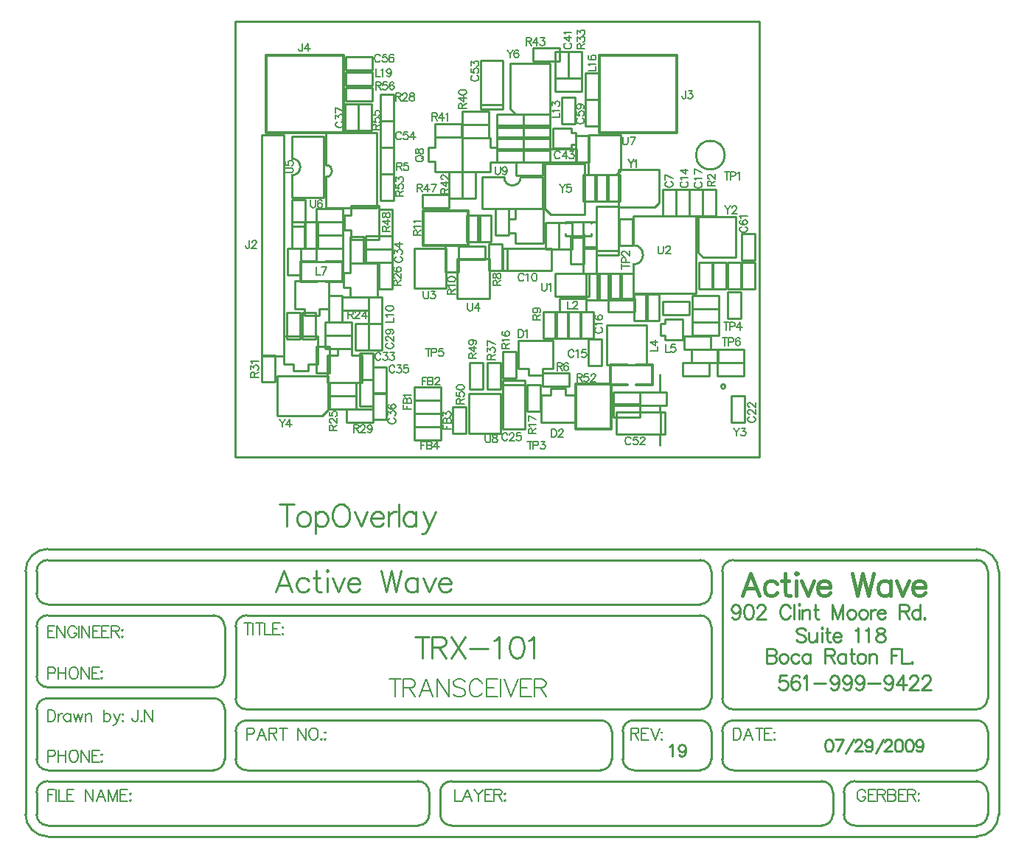
<source format=gto>
%FSLAX24Y24*%
%MOIN*%
G70*
G01*
G75*
G04 Layer_Color=65535*
%ADD10R,0.0300X0.0300*%
%ADD11R,0.0200X0.0300*%
%ADD12R,0.0360X0.0360*%
%ADD13R,0.0500X0.0360*%
%ADD14R,0.0250X0.0950*%
%ADD15R,0.0250X0.0550*%
%ADD16R,0.0950X0.0250*%
%ADD17R,0.0550X0.0250*%
%ADD18R,0.0236X0.1000*%
%ADD19R,0.0236X0.0900*%
%ADD20R,0.0700X0.0236*%
%ADD21R,0.0900X0.0236*%
%ADD22R,0.0315X0.0591*%
%ADD23R,0.0591X0.0315*%
%ADD24O,0.0600X0.0160*%
%ADD25R,0.0200X0.0500*%
%ADD26O,0.0240X0.0800*%
%ADD27O,0.0160X0.0600*%
%ADD28O,0.0160X0.0600*%
%ADD29R,0.0394X0.0197*%
%ADD30R,0.0394X0.0394*%
%ADD31R,0.0300X0.0300*%
%ADD32R,0.0472X0.0472*%
%ADD33R,0.0472X0.0472*%
%ADD34R,0.0236X0.0236*%
%ADD35R,0.0360X0.0500*%
%ADD36R,0.0360X0.0360*%
%ADD37R,0.0600X0.0500*%
%ADD38C,0.0120*%
%ADD39R,0.1500X0.0500*%
%ADD40R,0.0550X0.0400*%
%ADD41R,0.0400X0.0550*%
%ADD42C,0.0140*%
%ADD43C,0.0120*%
%ADD44C,0.0300*%
%ADD45C,0.0100*%
%ADD46C,0.0200*%
%ADD47C,0.0080*%
%ADD48C,0.0090*%
%ADD49C,0.0150*%
%ADD50C,0.0050*%
%ADD51C,0.1100*%
%ADD52C,0.0620*%
%ADD53R,0.0620X0.0620*%
%ADD54C,0.0600*%
%ADD55C,0.0750*%
%ADD56C,0.1400*%
%ADD57C,0.0450*%
%ADD58C,0.0220*%
%ADD59C,0.0098*%
%ADD60C,0.0060*%
D43*
X15700Y2693D02*
X16487D01*
Y646D02*
Y2693D01*
X15700Y646D02*
X16487D01*
X14913Y2693D02*
X15700D01*
X14913Y646D02*
Y2693D01*
Y646D02*
X15700D01*
X10043Y8964D02*
Y9752D01*
X7996Y8964D02*
X10043D01*
X7996D02*
Y9752D01*
X10043D02*
Y10539D01*
X7996D02*
X10043D01*
X7996Y9752D02*
Y10539D01*
X4363Y7332D02*
Y8232D01*
X2463Y7332D02*
Y8232D01*
X3613D02*
X4363D01*
X3613Y7332D02*
X4363D01*
X2463D02*
X3213D01*
X2463Y8232D02*
X3213D01*
X18370Y2650D02*
Y3550D01*
X16470Y2650D02*
Y3550D01*
X17620D02*
X18370D01*
X17620Y2650D02*
X18370D01*
X16470D02*
X17220D01*
X16470Y3550D02*
X17220D01*
X4383Y14052D02*
Y15802D01*
X883Y14052D02*
X4383D01*
X883D02*
Y17552D01*
X4383D01*
Y15802D02*
Y17552D01*
X19473Y14052D02*
Y15802D01*
X15973Y14052D02*
X19473D01*
X15973D02*
Y17552D01*
X19473D01*
Y15802D02*
Y17552D01*
D45*
X21663Y2582D02*
G03*
X21663Y2582I-100J0D01*
G01*
X11660Y12046D02*
G03*
X12408Y12046I374J0D01*
G01*
X3610Y12057D02*
G03*
X3610Y12598I0J270D01*
G01*
X2065Y12133D02*
G03*
X2065Y12881I0J374D01*
G01*
X17504Y8098D02*
G03*
X17504Y8965I0J434D01*
G01*
X15500Y10022D02*
X15610D01*
X15500Y9382D02*
X15610D01*
X14440Y10022D02*
X15330D01*
X14610Y9382D02*
X15500D01*
X15330Y10022D02*
X15500D01*
X14440Y9382D02*
X14610D01*
X11870Y9692D02*
Y10162D01*
X12170D01*
Y10612D01*
X13420D01*
Y9062D02*
Y10612D01*
X12170Y9062D02*
X13420D01*
X12170D02*
Y9512D01*
X11870D02*
X12170D01*
X11870D02*
Y9692D01*
X12179Y14900D02*
X13329D01*
X11929Y15150D02*
X12179Y14900D01*
X11929Y15150D02*
Y16050D01*
X13729D02*
Y17200D01*
X12329D02*
X13729D01*
X13329Y14900D02*
X13729D01*
Y16050D01*
X11929Y17200D02*
X12329D01*
X11929Y16050D02*
Y17200D01*
X3690Y1523D02*
Y2673D01*
X3440Y1273D02*
X3690Y1523D01*
X2540Y1273D02*
X3440D01*
X1390Y3073D02*
X2540D01*
X1390Y1673D02*
Y3073D01*
X3690Y2673D02*
Y3073D01*
X2540D02*
X3690D01*
X1390Y1273D02*
Y1673D01*
Y1273D02*
X2540D01*
X20445Y8629D02*
X20662Y8412D01*
X20445Y8629D02*
Y9337D01*
X22138D02*
Y10262D01*
X21922D02*
X22138D01*
X20445D02*
X21922D01*
X20445Y9337D02*
Y10262D01*
X22138Y8412D02*
Y9337D01*
X20662Y8412D02*
X22138D01*
X18458Y10690D02*
X18674Y10906D01*
X17749Y10690D02*
X18458D01*
X16824Y12383D02*
X17749D01*
X16824Y12166D02*
Y12383D01*
Y10690D02*
Y12166D01*
Y10690D02*
X17749D01*
Y12383D02*
X18674D01*
Y10906D02*
Y12383D01*
X10060Y2272D02*
X10410D01*
X10060Y472D02*
Y2272D01*
Y472D02*
X11510D01*
Y2272D01*
X10410D02*
X11510D01*
X16727Y12142D02*
X16930Y12345D01*
X15480Y12142D02*
X16727D01*
X16930Y12345D02*
Y13942D01*
X15480D02*
X16930D01*
X15480Y12142D02*
Y13942D01*
Y12142D02*
X16580D01*
X9540Y8352D02*
X9890D01*
X9540Y6552D02*
Y8352D01*
Y6552D02*
X10990D01*
Y8352D01*
X9890D02*
X10990D01*
X7590Y8812D02*
X7940D01*
X7590Y7012D02*
Y8812D01*
Y7012D02*
X9040D01*
Y8812D01*
X7940D02*
X9040D01*
X17504Y6779D02*
Y8098D01*
Y6779D02*
X19669D01*
X20319Y8531D02*
Y10283D01*
X18154D02*
X20319D01*
X19669Y6779D02*
X20319D01*
Y8531D01*
X17504Y10283D02*
X18154D01*
X17504Y8965D02*
Y10283D01*
X15488Y6660D02*
Y7172D01*
X14720Y6660D02*
X15488D01*
Y7172D02*
Y7684D01*
X14720D02*
X15488D01*
X13952Y6660D02*
Y7172D01*
Y6660D02*
X14720D01*
X13952Y7172D02*
Y7684D01*
X14720D01*
X4443Y9673D02*
Y9853D01*
Y9673D02*
X4743D01*
Y9223D02*
Y9673D01*
Y9223D02*
X5993D01*
Y10773D01*
X4743D02*
X5993D01*
X4743Y10323D02*
Y10773D01*
X4443Y10323D02*
X4743D01*
X4443Y9853D02*
Y10323D01*
X8220Y12742D02*
Y12922D01*
Y12742D02*
X8520D01*
Y12292D02*
Y12742D01*
Y12292D02*
X9770D01*
Y13842D01*
X8520D02*
X9770D01*
X8520Y13392D02*
Y13842D01*
X8220Y13392D02*
X8520D01*
X8220Y12922D02*
Y13392D01*
X11329Y13207D02*
Y13387D01*
X11029D02*
X11329D01*
X11029D02*
Y13837D01*
X9779D02*
X11029D01*
X9779Y12287D02*
Y13837D01*
Y12287D02*
X11029D01*
Y12737D01*
X11329D01*
Y13207D01*
X4123Y4302D02*
X4303D01*
X4123Y4002D02*
Y4302D01*
X3673Y4002D02*
X4123D01*
X3673Y2752D02*
Y4002D01*
Y2752D02*
X5223D01*
Y4002D01*
X4773D02*
X5223D01*
X4773D02*
Y4302D01*
X4303D02*
X4773D01*
X4393Y7072D02*
Y7252D01*
Y7072D02*
X4693D01*
Y6622D02*
Y7072D01*
Y6622D02*
X5943D01*
Y8172D01*
X4693D02*
X5943D01*
X4693Y7722D02*
Y8172D01*
X4393Y7722D02*
X4693D01*
X4393Y7252D02*
Y7722D01*
X3113Y5792D02*
X3293D01*
Y6092D01*
X3743D01*
Y7342D01*
X2193D02*
X3743D01*
X2193Y6092D02*
Y7342D01*
Y6092D02*
X2643D01*
Y5792D02*
Y6092D01*
Y5792D02*
X3113D01*
X2603Y3292D02*
X2783D01*
Y3592D01*
X3233D01*
Y4842D01*
X1683D02*
X3233D01*
X1683Y3592D02*
Y4842D01*
Y3592D02*
X2133D01*
Y3292D02*
Y3592D01*
Y3292D02*
X2603D01*
X18090Y4467D02*
Y5367D01*
X17790D02*
X18090D01*
X16290Y3567D02*
Y4467D01*
Y3567D02*
X16590D01*
X16290Y4467D02*
Y5367D01*
X17790D01*
X18090Y3567D02*
Y4467D01*
X16590Y3567D02*
X18090D01*
X1183Y13952D02*
X1683D01*
Y3952D02*
Y13952D01*
X683Y3952D02*
X1683D01*
X683D02*
Y13952D01*
X1183D01*
X13770Y2500D02*
X13950D01*
X13770Y2200D02*
Y2500D01*
X13320Y2200D02*
X13770D01*
X13320Y950D02*
Y2200D01*
Y950D02*
X14870D01*
Y2200D01*
X14420D02*
X14870D01*
X14420D02*
Y2500D01*
X13950D02*
X14420D01*
X13220Y3100D02*
X13400D01*
Y3400D01*
X13850D01*
Y4650D01*
X12300D02*
X13850D01*
X12300Y3400D02*
Y4650D01*
Y3400D02*
X12750D01*
Y3100D02*
Y3400D01*
Y3100D02*
X13220D01*
X11589Y15107D02*
Y15307D01*
X10589Y15107D02*
X11589D01*
X10589D02*
Y15307D01*
Y16657D01*
Y15307D02*
X11589D01*
Y17307D01*
X10589D02*
X11589D01*
X10589Y16657D02*
Y17307D01*
X18730Y1422D02*
X18930D01*
Y422D02*
Y1422D01*
X18730Y422D02*
X18930D01*
X17380D02*
X18730D01*
Y1422D01*
X16730D02*
X18730D01*
X16730Y422D02*
Y1422D01*
Y422D02*
X17380D01*
X11600Y2650D02*
Y2850D01*
X12600D01*
Y2650D02*
Y2850D01*
Y1300D02*
Y2650D01*
X11600D02*
X12600D01*
X11600Y650D02*
Y2650D01*
Y650D02*
X12600D01*
Y1300D01*
X16820Y8532D02*
Y8732D01*
X15820Y8532D02*
X16820D01*
X15820D02*
Y8732D01*
Y10082D01*
Y8732D02*
X16820D01*
Y10732D01*
X15820D02*
X16820D01*
X15820Y10082D02*
Y10732D01*
X11590Y7812D02*
X11790D01*
X11590D02*
Y8812D01*
X11790D01*
X13140D01*
X11790Y7812D02*
Y8812D01*
Y7812D02*
X13790D01*
Y8812D01*
X13140D02*
X13790D01*
X16730Y422D02*
Y1205D01*
X17794Y1422D02*
X18730D01*
X18713Y2315D02*
Y3122D01*
Y-78D02*
Y422D01*
X18700Y1422D02*
Y1715D01*
X14169Y17707D02*
Y17887D01*
X12969Y17287D02*
X13979D01*
X14169Y17707D02*
X14279D01*
X13979Y16507D02*
Y17287D01*
X14440Y9950D02*
Y10022D01*
Y9382D02*
Y9500D01*
X15610Y9950D02*
Y10022D01*
Y9382D02*
Y9500D01*
X15220Y9950D02*
Y10012D01*
X15260Y9150D02*
Y9500D01*
X13750Y10357D02*
X14900D01*
X13500Y10607D02*
X13750Y10357D01*
X13500Y10607D02*
Y11507D01*
X15300D02*
Y12657D01*
X13900D02*
X15300D01*
X14900Y10357D02*
X15300D01*
Y11507D01*
X13500Y12657D02*
X13900D01*
X13500Y11507D02*
Y12657D01*
X1833Y-2750D02*
Y-3750D01*
X1500Y-2750D02*
X2167D01*
X2524Y-3083D02*
X2428Y-3131D01*
X2333Y-3226D01*
X2286Y-3369D01*
Y-3464D01*
X2333Y-3607D01*
X2428Y-3702D01*
X2524Y-3750D01*
X2666D01*
X2762Y-3702D01*
X2857Y-3607D01*
X2904Y-3464D01*
Y-3369D01*
X2857Y-3226D01*
X2762Y-3131D01*
X2666Y-3083D01*
X2524D01*
X3123D02*
Y-4083D01*
Y-3226D02*
X3219Y-3131D01*
X3314Y-3083D01*
X3457D01*
X3552Y-3131D01*
X3647Y-3226D01*
X3695Y-3369D01*
Y-3464D01*
X3647Y-3607D01*
X3552Y-3702D01*
X3457Y-3750D01*
X3314D01*
X3219Y-3702D01*
X3123Y-3607D01*
X4195Y-2750D02*
X4099Y-2798D01*
X4004Y-2893D01*
X3957Y-2988D01*
X3909Y-3131D01*
Y-3369D01*
X3957Y-3512D01*
X4004Y-3607D01*
X4099Y-3702D01*
X4195Y-3750D01*
X4385D01*
X4480Y-3702D01*
X4576Y-3607D01*
X4623Y-3512D01*
X4671Y-3369D01*
Y-3131D01*
X4623Y-2988D01*
X4576Y-2893D01*
X4480Y-2798D01*
X4385Y-2750D01*
X4195D01*
X4904Y-3083D02*
X5190Y-3750D01*
X5475Y-3083D02*
X5190Y-3750D01*
X5637Y-3369D02*
X6209D01*
Y-3274D01*
X6161Y-3179D01*
X6113Y-3131D01*
X6018Y-3083D01*
X5875D01*
X5780Y-3131D01*
X5685Y-3226D01*
X5637Y-3369D01*
Y-3464D01*
X5685Y-3607D01*
X5780Y-3702D01*
X5875Y-3750D01*
X6018D01*
X6113Y-3702D01*
X6209Y-3607D01*
X6423Y-3083D02*
Y-3750D01*
Y-3369D02*
X6470Y-3226D01*
X6566Y-3131D01*
X6661Y-3083D01*
X6804D01*
X6894Y-2750D02*
Y-3750D01*
X7675Y-3083D02*
Y-3750D01*
Y-3226D02*
X7580Y-3131D01*
X7484Y-3083D01*
X7342D01*
X7246Y-3131D01*
X7151Y-3226D01*
X7104Y-3369D01*
Y-3464D01*
X7151Y-3607D01*
X7246Y-3702D01*
X7342Y-3750D01*
X7484D01*
X7580Y-3702D01*
X7675Y-3607D01*
X7989Y-3083D02*
X8275Y-3750D01*
X8560Y-3083D02*
X8275Y-3750D01*
X8180Y-3940D01*
X8084Y-4036D01*
X7989Y-4083D01*
X7941D01*
X21633Y13042D02*
G03*
X21633Y13042I-650J0D01*
G01*
X-497Y-600D02*
Y19100D01*
X-497Y-600D02*
X23203D01*
Y19100D01*
X-497D02*
X23203D01*
X8268Y-15769D02*
G03*
X7768Y-15269I-500J0D01*
G01*
X7779Y-17269D02*
G03*
X8268Y-16772I8J480D01*
G01*
X9268Y-15269D02*
G03*
X8768Y-15769I0J-500D01*
G01*
Y-16769D02*
G03*
X9259Y-17269I500J0D01*
G01*
X26518Y-15769D02*
G03*
X26018Y-15269I-500J0D01*
G01*
X26029Y-17269D02*
G03*
X26518Y-16772I8J480D01*
G01*
X27018Y-16779D02*
G03*
X27516Y-17269I490J0D01*
G01*
X27518Y-15269D02*
G03*
X27018Y-15769I0J-500D01*
G01*
X-982Y-8259D02*
G03*
X-1472Y-7769I-490J0D01*
G01*
X-1462Y-11019D02*
G03*
X-982Y-10539I0J480D01*
G01*
Y-12009D02*
G03*
X-1489Y-11519I-490J0D01*
G01*
X-482Y-11529D02*
G03*
X8Y-12019I490J0D01*
G01*
X-482Y-14279D02*
G03*
X8Y-14769I490J0D01*
G01*
X-1472D02*
G03*
X-982Y-14279I0J490D01*
G01*
X16518Y-13009D02*
G03*
X16028Y-12519I-490J0D01*
G01*
Y-14769D02*
G03*
X16518Y-14270I0J490D01*
G01*
X17018Y-14259D02*
G03*
X17519Y-14769I510J0D01*
G01*
X17498Y-12519D02*
G03*
X17018Y-13024I0J-480D01*
G01*
X18Y-12519D02*
G03*
X-482Y-13019I0J-500D01*
G01*
X18Y-7769D02*
G03*
X-482Y-8269I0J-500D01*
G01*
X-9482Y-14269D02*
G03*
X-8991Y-14769I500J0D01*
G01*
X-8982Y-11519D02*
G03*
X-9482Y-12019I0J-500D01*
G01*
Y-10519D02*
G03*
X-8982Y-11019I500J0D01*
G01*
Y-7769D02*
G03*
X-9482Y-8269I0J-500D01*
G01*
Y-6769D02*
G03*
X-8982Y-7269I500J0D01*
G01*
Y-5269D02*
G03*
X-9482Y-5769I0J-500D01*
G01*
X21018D02*
G03*
X20518Y-5269I-500J0D01*
G01*
X22018D02*
G03*
X21518Y-5769I0J-500D01*
G01*
X20518Y-7269D02*
G03*
X21018Y-6769I0J500D01*
G01*
Y-8269D02*
G03*
X20518Y-7769I-500J0D01*
G01*
X-8982Y-15269D02*
G03*
X-9482Y-15769I0J-500D01*
G01*
X20527Y-12019D02*
G03*
X21018Y-11519I-9J500D01*
G01*
X-9482Y-16769D02*
G03*
X-8991Y-17269I500J0D01*
G01*
X21018Y-13009D02*
G03*
X20528Y-12519I-490J0D01*
G01*
X21518Y-14279D02*
G03*
X22016Y-14769I490J0D01*
G01*
X20518Y-14769D02*
G03*
X21018Y-14269I0J500D01*
G01*
X33018Y-17269D02*
G03*
X33518Y-16769I0J500D01*
G01*
X33518Y-15760D02*
G03*
X33018Y-15269I-500J-9D01*
G01*
Y-14769D02*
G03*
X33518Y-14269I0J500D01*
G01*
Y-5759D02*
G03*
X33011Y-5269I-490J0D01*
G01*
X34018Y-5769D02*
G03*
X33018Y-4769I-1000J0D01*
G01*
Y-17769D02*
G03*
X34018Y-16769I0J1000D01*
G01*
X-9982Y-16759D02*
G03*
X-8990Y-17769I1010J0D01*
G01*
X-8982Y-4769D02*
G03*
X-9982Y-5769I0J-1000D01*
G01*
X21518Y-11519D02*
G03*
X22018Y-12019I500J0D01*
G01*
X33018D02*
G03*
X33518Y-11519I0J500D01*
G01*
X22018Y-12519D02*
G03*
X21518Y-13019I0J-500D01*
G01*
X33518Y-13009D02*
G03*
X33028Y-12519I-490J0D01*
G01*
X9268Y-17269D02*
X26018D01*
X-8982D02*
X7768D01*
X-8982Y-15269D02*
X7768D01*
X9268D02*
X26018D01*
X27518Y-17269D02*
X33018D01*
X27518Y-15269D02*
X33018D01*
X-8982Y-5269D02*
X20518D01*
X-8982Y-17769D02*
X33018D01*
X-8982Y-4769D02*
X33018D01*
X-8982Y-14769D02*
X-1482D01*
X-8982Y-11519D02*
X-1482D01*
X-8982Y-11019D02*
X-1482D01*
X-8982Y-7769D02*
X-1482D01*
X-8982Y-7269D02*
X20518D01*
X18Y-7769D02*
X20518D01*
X18Y-12519D02*
X16018D01*
X18Y-14769D02*
X16018D01*
X17518D02*
X20518D01*
X17518Y-12519D02*
X20518D01*
X22018Y-14769D02*
X33018D01*
X22018Y-5269D02*
X33018D01*
X18Y-12019D02*
X20518D01*
X22018D02*
X33018D01*
X22018Y-12519D02*
X33018D01*
X8268Y-16769D02*
Y-15769D01*
X8768Y-16769D02*
Y-15769D01*
X26518Y-16769D02*
Y-15769D01*
X27018Y-16769D02*
Y-15769D01*
X34018Y-16769D02*
Y-5769D01*
X-9482Y-14269D02*
Y-12019D01*
X-982Y-14269D02*
Y-12019D01*
X-9482Y-10519D02*
Y-8269D01*
X-982Y-10519D02*
Y-8269D01*
X-9482Y-6769D02*
Y-5769D01*
X21018Y-6769D02*
Y-5769D01*
Y-11519D02*
Y-8269D01*
X-482Y-11519D02*
Y-8269D01*
X16518Y-14269D02*
Y-13019D01*
X-482Y-14269D02*
Y-13019D01*
X17018Y-14269D02*
Y-13019D01*
X21018Y-14269D02*
Y-13019D01*
X33518Y-16769D02*
Y-15769D01*
X-9482Y-16769D02*
Y-15769D01*
X-9982Y-16769D02*
Y-5769D01*
X21518Y-11519D02*
Y-5769D01*
X33518Y-11519D02*
Y-5769D01*
X21518Y-14269D02*
Y-13019D01*
X33518Y-14269D02*
Y-13009D01*
X25305Y-8429D02*
X25244Y-8368D01*
X25153Y-8337D01*
X25031D01*
X24940Y-8368D01*
X24879Y-8429D01*
Y-8490D01*
X24909Y-8551D01*
X24940Y-8581D01*
X25000Y-8612D01*
X25183Y-8672D01*
X25244Y-8703D01*
X25275Y-8733D01*
X25305Y-8794D01*
Y-8886D01*
X25244Y-8947D01*
X25153Y-8977D01*
X25031D01*
X24940Y-8947D01*
X24879Y-8886D01*
X25448Y-8551D02*
Y-8855D01*
X25479Y-8947D01*
X25540Y-8977D01*
X25631D01*
X25692Y-8947D01*
X25784Y-8855D01*
Y-8551D02*
Y-8977D01*
X26012Y-8337D02*
X26043Y-8368D01*
X26073Y-8337D01*
X26043Y-8307D01*
X26012Y-8337D01*
X26043Y-8551D02*
Y-8977D01*
X26277Y-8337D02*
Y-8855D01*
X26308Y-8947D01*
X26369Y-8977D01*
X26429D01*
X26186Y-8551D02*
X26399D01*
X26521Y-8733D02*
X26887D01*
Y-8672D01*
X26856Y-8612D01*
X26826Y-8581D01*
X26765Y-8551D01*
X26673D01*
X26612Y-8581D01*
X26551Y-8642D01*
X26521Y-8733D01*
Y-8794D01*
X26551Y-8886D01*
X26612Y-8947D01*
X26673Y-8977D01*
X26765D01*
X26826Y-8947D01*
X26887Y-8886D01*
X27526Y-8459D02*
X27587Y-8429D01*
X27679Y-8337D01*
Y-8977D01*
X27996Y-8459D02*
X28057Y-8429D01*
X28148Y-8337D01*
Y-8977D01*
X28617Y-8337D02*
X28526Y-8368D01*
X28495Y-8429D01*
Y-8490D01*
X28526Y-8551D01*
X28587Y-8581D01*
X28709Y-8612D01*
X28800Y-8642D01*
X28861Y-8703D01*
X28891Y-8764D01*
Y-8855D01*
X28861Y-8916D01*
X28830Y-8947D01*
X28739Y-8977D01*
X28617D01*
X28526Y-8947D01*
X28495Y-8916D01*
X28465Y-8855D01*
Y-8764D01*
X28495Y-8703D01*
X28556Y-8642D01*
X28648Y-8612D01*
X28770Y-8581D01*
X28830Y-8551D01*
X28861Y-8490D01*
Y-8429D01*
X28830Y-8368D01*
X28739Y-8337D01*
X28617D01*
X24444Y-10487D02*
X24140D01*
X24109Y-10762D01*
X24140Y-10731D01*
X24231Y-10701D01*
X24322D01*
X24414Y-10731D01*
X24475Y-10792D01*
X24505Y-10883D01*
Y-10944D01*
X24475Y-11036D01*
X24414Y-11097D01*
X24322Y-11127D01*
X24231D01*
X24140Y-11097D01*
X24109Y-11066D01*
X24079Y-11005D01*
X25014Y-10579D02*
X24984Y-10518D01*
X24892Y-10487D01*
X24831D01*
X24740Y-10518D01*
X24679Y-10609D01*
X24648Y-10762D01*
Y-10914D01*
X24679Y-11036D01*
X24740Y-11097D01*
X24831Y-11127D01*
X24862D01*
X24953Y-11097D01*
X25014Y-11036D01*
X25044Y-10944D01*
Y-10914D01*
X25014Y-10822D01*
X24953Y-10762D01*
X24862Y-10731D01*
X24831D01*
X24740Y-10762D01*
X24679Y-10822D01*
X24648Y-10914D01*
X25185Y-10609D02*
X25246Y-10579D01*
X25337Y-10487D01*
Y-11127D01*
X25654Y-10853D02*
X26202D01*
X26787Y-10701D02*
X26757Y-10792D01*
X26696Y-10853D01*
X26605Y-10883D01*
X26574D01*
X26483Y-10853D01*
X26422Y-10792D01*
X26391Y-10701D01*
Y-10670D01*
X26422Y-10579D01*
X26483Y-10518D01*
X26574Y-10487D01*
X26605D01*
X26696Y-10518D01*
X26757Y-10579D01*
X26787Y-10701D01*
Y-10853D01*
X26757Y-11005D01*
X26696Y-11097D01*
X26605Y-11127D01*
X26544D01*
X26452Y-11097D01*
X26422Y-11036D01*
X27357Y-10701D02*
X27327Y-10792D01*
X27266Y-10853D01*
X27174Y-10883D01*
X27144D01*
X27052Y-10853D01*
X26991Y-10792D01*
X26961Y-10701D01*
Y-10670D01*
X26991Y-10579D01*
X27052Y-10518D01*
X27144Y-10487D01*
X27174D01*
X27266Y-10518D01*
X27327Y-10579D01*
X27357Y-10701D01*
Y-10853D01*
X27327Y-11005D01*
X27266Y-11097D01*
X27174Y-11127D01*
X27113D01*
X27022Y-11097D01*
X26991Y-11036D01*
X27927Y-10701D02*
X27896Y-10792D01*
X27836Y-10853D01*
X27744Y-10883D01*
X27714D01*
X27622Y-10853D01*
X27561Y-10792D01*
X27531Y-10701D01*
Y-10670D01*
X27561Y-10579D01*
X27622Y-10518D01*
X27714Y-10487D01*
X27744D01*
X27836Y-10518D01*
X27896Y-10579D01*
X27927Y-10701D01*
Y-10853D01*
X27896Y-11005D01*
X27836Y-11097D01*
X27744Y-11127D01*
X27683D01*
X27592Y-11097D01*
X27561Y-11036D01*
X28101Y-10853D02*
X28649D01*
X29234Y-10701D02*
X29204Y-10792D01*
X29143Y-10853D01*
X29051Y-10883D01*
X29021D01*
X28929Y-10853D01*
X28868Y-10792D01*
X28838Y-10701D01*
Y-10670D01*
X28868Y-10579D01*
X28929Y-10518D01*
X29021Y-10487D01*
X29051D01*
X29143Y-10518D01*
X29204Y-10579D01*
X29234Y-10701D01*
Y-10853D01*
X29204Y-11005D01*
X29143Y-11097D01*
X29051Y-11127D01*
X28990D01*
X28899Y-11097D01*
X28868Y-11036D01*
X29712Y-10487D02*
X29408Y-10914D01*
X29865D01*
X29712Y-10487D02*
Y-11127D01*
X30008Y-10640D02*
Y-10609D01*
X30038Y-10548D01*
X30069Y-10518D01*
X30130Y-10487D01*
X30252D01*
X30313Y-10518D01*
X30343Y-10548D01*
X30374Y-10609D01*
Y-10670D01*
X30343Y-10731D01*
X30282Y-10822D01*
X29978Y-11127D01*
X30404D01*
X30578Y-10640D02*
Y-10609D01*
X30608Y-10548D01*
X30639Y-10518D01*
X30700Y-10487D01*
X30822D01*
X30882Y-10518D01*
X30913Y-10548D01*
X30943Y-10609D01*
Y-10670D01*
X30913Y-10731D01*
X30852Y-10822D01*
X30547Y-11127D01*
X30974D01*
X22325Y-7501D02*
X22294Y-7592D01*
X22233Y-7653D01*
X22142Y-7683D01*
X22111D01*
X22020Y-7653D01*
X21959Y-7592D01*
X21929Y-7501D01*
Y-7470D01*
X21959Y-7379D01*
X22020Y-7318D01*
X22111Y-7287D01*
X22142D01*
X22233Y-7318D01*
X22294Y-7379D01*
X22325Y-7501D01*
Y-7653D01*
X22294Y-7805D01*
X22233Y-7897D01*
X22142Y-7927D01*
X22081D01*
X21990Y-7897D01*
X21959Y-7836D01*
X22681Y-7287D02*
X22590Y-7318D01*
X22529Y-7409D01*
X22498Y-7562D01*
Y-7653D01*
X22529Y-7805D01*
X22590Y-7897D01*
X22681Y-7927D01*
X22742D01*
X22834Y-7897D01*
X22894Y-7805D01*
X22925Y-7653D01*
Y-7562D01*
X22894Y-7409D01*
X22834Y-7318D01*
X22742Y-7287D01*
X22681D01*
X23099Y-7440D02*
Y-7409D01*
X23129Y-7348D01*
X23160Y-7318D01*
X23221Y-7287D01*
X23342D01*
X23403Y-7318D01*
X23434Y-7348D01*
X23464Y-7409D01*
Y-7470D01*
X23434Y-7531D01*
X23373Y-7622D01*
X23068Y-7927D01*
X23495D01*
X24598Y-7440D02*
X24567Y-7379D01*
X24506Y-7318D01*
X24445Y-7287D01*
X24323D01*
X24263Y-7318D01*
X24202Y-7379D01*
X24171Y-7440D01*
X24141Y-7531D01*
Y-7683D01*
X24171Y-7775D01*
X24202Y-7836D01*
X24263Y-7897D01*
X24323Y-7927D01*
X24445D01*
X24506Y-7897D01*
X24567Y-7836D01*
X24598Y-7775D01*
X24778Y-7287D02*
Y-7927D01*
X24973Y-7287D02*
X25003Y-7318D01*
X25033Y-7287D01*
X25003Y-7257D01*
X24973Y-7287D01*
X25003Y-7501D02*
Y-7927D01*
X25146Y-7501D02*
Y-7927D01*
Y-7622D02*
X25238Y-7531D01*
X25299Y-7501D01*
X25390D01*
X25451Y-7531D01*
X25481Y-7622D01*
Y-7927D01*
X25740Y-7287D02*
Y-7805D01*
X25771Y-7897D01*
X25832Y-7927D01*
X25893D01*
X25649Y-7501D02*
X25862D01*
X26487Y-7287D02*
Y-7927D01*
Y-7287D02*
X26731Y-7927D01*
X26974Y-7287D02*
X26731Y-7927D01*
X26974Y-7287D02*
Y-7927D01*
X27310Y-7501D02*
X27249Y-7531D01*
X27188Y-7592D01*
X27157Y-7683D01*
Y-7744D01*
X27188Y-7836D01*
X27249Y-7897D01*
X27310Y-7927D01*
X27401D01*
X27462Y-7897D01*
X27523Y-7836D01*
X27553Y-7744D01*
Y-7683D01*
X27523Y-7592D01*
X27462Y-7531D01*
X27401Y-7501D01*
X27310D01*
X27846D02*
X27785Y-7531D01*
X27724Y-7592D01*
X27693Y-7683D01*
Y-7744D01*
X27724Y-7836D01*
X27785Y-7897D01*
X27846Y-7927D01*
X27937D01*
X27998Y-7897D01*
X28059Y-7836D01*
X28090Y-7744D01*
Y-7683D01*
X28059Y-7592D01*
X27998Y-7531D01*
X27937Y-7501D01*
X27846D01*
X28230D02*
Y-7927D01*
Y-7683D02*
X28260Y-7592D01*
X28321Y-7531D01*
X28382Y-7501D01*
X28473D01*
X28531Y-7683D02*
X28897D01*
Y-7622D01*
X28867Y-7562D01*
X28836Y-7531D01*
X28775Y-7501D01*
X28684D01*
X28623Y-7531D01*
X28562Y-7592D01*
X28531Y-7683D01*
Y-7744D01*
X28562Y-7836D01*
X28623Y-7897D01*
X28684Y-7927D01*
X28775D01*
X28836Y-7897D01*
X28897Y-7836D01*
X29537Y-7287D02*
Y-7927D01*
Y-7287D02*
X29811D01*
X29902Y-7318D01*
X29933Y-7348D01*
X29963Y-7409D01*
Y-7470D01*
X29933Y-7531D01*
X29902Y-7562D01*
X29811Y-7592D01*
X29537D01*
X29750D02*
X29963Y-7927D01*
X30472Y-7287D02*
Y-7927D01*
Y-7592D02*
X30411Y-7531D01*
X30350Y-7501D01*
X30259D01*
X30198Y-7531D01*
X30137Y-7592D01*
X30107Y-7683D01*
Y-7744D01*
X30137Y-7836D01*
X30198Y-7897D01*
X30259Y-7927D01*
X30350D01*
X30411Y-7897D01*
X30472Y-7836D01*
X30673Y-7866D02*
X30643Y-7897D01*
X30673Y-7927D01*
X30704Y-7897D01*
X30673Y-7866D01*
X23529Y-9287D02*
Y-9927D01*
Y-9287D02*
X23803D01*
X23894Y-9318D01*
X23925Y-9348D01*
X23955Y-9409D01*
Y-9470D01*
X23925Y-9531D01*
X23894Y-9562D01*
X23803Y-9592D01*
X23529D02*
X23803D01*
X23894Y-9622D01*
X23925Y-9653D01*
X23955Y-9714D01*
Y-9805D01*
X23925Y-9866D01*
X23894Y-9897D01*
X23803Y-9927D01*
X23529D01*
X24251Y-9501D02*
X24190Y-9531D01*
X24129Y-9592D01*
X24098Y-9683D01*
Y-9744D01*
X24129Y-9836D01*
X24190Y-9897D01*
X24251Y-9927D01*
X24342D01*
X24403Y-9897D01*
X24464Y-9836D01*
X24494Y-9744D01*
Y-9683D01*
X24464Y-9592D01*
X24403Y-9531D01*
X24342Y-9501D01*
X24251D01*
X25000Y-9592D02*
X24939Y-9531D01*
X24878Y-9501D01*
X24787D01*
X24726Y-9531D01*
X24665Y-9592D01*
X24635Y-9683D01*
Y-9744D01*
X24665Y-9836D01*
X24726Y-9897D01*
X24787Y-9927D01*
X24878D01*
X24939Y-9897D01*
X25000Y-9836D01*
X25503Y-9501D02*
Y-9927D01*
Y-9592D02*
X25442Y-9531D01*
X25381Y-9501D01*
X25290D01*
X25229Y-9531D01*
X25168Y-9592D01*
X25137Y-9683D01*
Y-9744D01*
X25168Y-9836D01*
X25229Y-9897D01*
X25290Y-9927D01*
X25381D01*
X25442Y-9897D01*
X25503Y-9836D01*
X26176Y-9287D02*
Y-9927D01*
Y-9287D02*
X26451D01*
X26542Y-9318D01*
X26572Y-9348D01*
X26603Y-9409D01*
Y-9470D01*
X26572Y-9531D01*
X26542Y-9562D01*
X26451Y-9592D01*
X26176D01*
X26390D02*
X26603Y-9927D01*
X27112Y-9501D02*
Y-9927D01*
Y-9592D02*
X27051Y-9531D01*
X26990Y-9501D01*
X26899D01*
X26838Y-9531D01*
X26777Y-9592D01*
X26746Y-9683D01*
Y-9744D01*
X26777Y-9836D01*
X26838Y-9897D01*
X26899Y-9927D01*
X26990D01*
X27051Y-9897D01*
X27112Y-9836D01*
X27374Y-9287D02*
Y-9805D01*
X27404Y-9897D01*
X27465Y-9927D01*
X27526D01*
X27282Y-9501D02*
X27496D01*
X27770D02*
X27709Y-9531D01*
X27648Y-9592D01*
X27618Y-9683D01*
Y-9744D01*
X27648Y-9836D01*
X27709Y-9897D01*
X27770Y-9927D01*
X27861D01*
X27922Y-9897D01*
X27983Y-9836D01*
X28014Y-9744D01*
Y-9683D01*
X27983Y-9592D01*
X27922Y-9531D01*
X27861Y-9501D01*
X27770D01*
X28154D02*
Y-9927D01*
Y-9622D02*
X28245Y-9531D01*
X28306Y-9501D01*
X28398D01*
X28459Y-9531D01*
X28489Y-9622D01*
Y-9927D01*
X29159Y-9287D02*
Y-9927D01*
Y-9287D02*
X29555D01*
X29159Y-9592D02*
X29403D01*
X29629Y-9287D02*
Y-9927D01*
X29994D01*
X30095Y-9866D02*
X30064Y-9897D01*
X30095Y-9927D01*
X30125Y-9897D01*
X30095Y-9866D01*
D47*
X6747Y-10660D02*
Y-11460D01*
X6480Y-10660D02*
X7013D01*
X7108D02*
Y-11460D01*
Y-10660D02*
X7451D01*
X7565Y-10698D01*
X7604Y-10736D01*
X7642Y-10813D01*
Y-10889D01*
X7604Y-10965D01*
X7565Y-11003D01*
X7451Y-11041D01*
X7108D01*
X7375D02*
X7642Y-11460D01*
X8430D02*
X8125Y-10660D01*
X7821Y-11460D01*
X7935Y-11193D02*
X8316D01*
X8617Y-10660D02*
Y-11460D01*
Y-10660D02*
X9150Y-11460D01*
Y-10660D02*
Y-11460D01*
X9904Y-10774D02*
X9828Y-10698D01*
X9714Y-10660D01*
X9561D01*
X9447Y-10698D01*
X9371Y-10774D01*
Y-10851D01*
X9409Y-10927D01*
X9447Y-10965D01*
X9523Y-11003D01*
X9752Y-11079D01*
X9828Y-11117D01*
X9866Y-11155D01*
X9904Y-11231D01*
Y-11346D01*
X9828Y-11422D01*
X9714Y-11460D01*
X9561D01*
X9447Y-11422D01*
X9371Y-11346D01*
X10654Y-10851D02*
X10616Y-10774D01*
X10540Y-10698D01*
X10464Y-10660D01*
X10312D01*
X10235Y-10698D01*
X10159Y-10774D01*
X10121Y-10851D01*
X10083Y-10965D01*
Y-11155D01*
X10121Y-11270D01*
X10159Y-11346D01*
X10235Y-11422D01*
X10312Y-11460D01*
X10464D01*
X10540Y-11422D01*
X10616Y-11346D01*
X10654Y-11270D01*
X11374Y-10660D02*
X10879D01*
Y-11460D01*
X11374D01*
X10879Y-11041D02*
X11184D01*
X11507Y-10660D02*
Y-11460D01*
X11675Y-10660D02*
X11980Y-11460D01*
X12284Y-10660D02*
X11980Y-11460D01*
X12882Y-10660D02*
X12387D01*
Y-11460D01*
X12882D01*
X12387Y-11041D02*
X12692D01*
X13016Y-10660D02*
Y-11460D01*
Y-10660D02*
X13359D01*
X13473Y-10698D01*
X13511Y-10736D01*
X13549Y-10813D01*
Y-10889D01*
X13511Y-10965D01*
X13473Y-11003D01*
X13359Y-11041D01*
X13016D01*
X13282D02*
X13549Y-11460D01*
X-4899Y-12046D02*
Y-12453D01*
X-4924Y-12529D01*
X-4949Y-12554D01*
X-5000Y-12579D01*
X-5051D01*
X-5102Y-12554D01*
X-5127Y-12529D01*
X-5153Y-12453D01*
Y-12402D01*
X-4736Y-12529D02*
X-4762Y-12554D01*
X-4736Y-12579D01*
X-4711Y-12554D01*
X-4736Y-12529D01*
X-4594Y-12046D02*
Y-12579D01*
Y-12046D02*
X-4238Y-12579D01*
Y-12046D02*
Y-12579D01*
D48*
X26318Y-13390D02*
X26242Y-13416D01*
X26191Y-13492D01*
X26165Y-13619D01*
Y-13695D01*
X26191Y-13822D01*
X26242Y-13898D01*
X26318Y-13924D01*
X26369D01*
X26445Y-13898D01*
X26496Y-13822D01*
X26521Y-13695D01*
Y-13619D01*
X26496Y-13492D01*
X26445Y-13416D01*
X26369Y-13390D01*
X26318D01*
X26996D02*
X26742Y-13924D01*
X26640Y-13390D02*
X26996D01*
X27115Y-14000D02*
X27471Y-13390D01*
X27532Y-13517D02*
Y-13492D01*
X27557Y-13441D01*
X27582Y-13416D01*
X27633Y-13390D01*
X27735D01*
X27785Y-13416D01*
X27811Y-13441D01*
X27836Y-13492D01*
Y-13543D01*
X27811Y-13593D01*
X27760Y-13670D01*
X27506Y-13924D01*
X27862D01*
X28311Y-13568D02*
X28286Y-13644D01*
X28235Y-13695D01*
X28159Y-13720D01*
X28133D01*
X28057Y-13695D01*
X28006Y-13644D01*
X27981Y-13568D01*
Y-13543D01*
X28006Y-13466D01*
X28057Y-13416D01*
X28133Y-13390D01*
X28159D01*
X28235Y-13416D01*
X28286Y-13466D01*
X28311Y-13568D01*
Y-13695D01*
X28286Y-13822D01*
X28235Y-13898D01*
X28159Y-13924D01*
X28108D01*
X28032Y-13898D01*
X28006Y-13847D01*
X28456Y-14000D02*
X28811Y-13390D01*
X28872Y-13517D02*
Y-13492D01*
X28898Y-13441D01*
X28923Y-13416D01*
X28974Y-13390D01*
X29075D01*
X29126Y-13416D01*
X29152Y-13441D01*
X29177Y-13492D01*
Y-13543D01*
X29152Y-13593D01*
X29101Y-13670D01*
X28847Y-13924D01*
X29202D01*
X29474Y-13390D02*
X29398Y-13416D01*
X29347Y-13492D01*
X29322Y-13619D01*
Y-13695D01*
X29347Y-13822D01*
X29398Y-13898D01*
X29474Y-13924D01*
X29525D01*
X29601Y-13898D01*
X29652Y-13822D01*
X29677Y-13695D01*
Y-13619D01*
X29652Y-13492D01*
X29601Y-13416D01*
X29525Y-13390D01*
X29474D01*
X29949D02*
X29873Y-13416D01*
X29822Y-13492D01*
X29797Y-13619D01*
Y-13695D01*
X29822Y-13822D01*
X29873Y-13898D01*
X29949Y-13924D01*
X30000D01*
X30076Y-13898D01*
X30127Y-13822D01*
X30152Y-13695D01*
Y-13619D01*
X30127Y-13492D01*
X30076Y-13416D01*
X30000Y-13390D01*
X29949D01*
X30601Y-13568D02*
X30576Y-13644D01*
X30525Y-13695D01*
X30449Y-13720D01*
X30424D01*
X30347Y-13695D01*
X30297Y-13644D01*
X30271Y-13568D01*
Y-13543D01*
X30297Y-13466D01*
X30347Y-13416D01*
X30424Y-13390D01*
X30449D01*
X30525Y-13416D01*
X30576Y-13466D01*
X30601Y-13568D01*
Y-13695D01*
X30576Y-13822D01*
X30525Y-13898D01*
X30449Y-13924D01*
X30398D01*
X30322Y-13898D01*
X30297Y-13847D01*
X2049Y-6719D02*
X1683Y-5759D01*
X1318Y-6719D01*
X1455Y-6399D02*
X1912D01*
X2821Y-6216D02*
X2730Y-6125D01*
X2639Y-6079D01*
X2502D01*
X2410Y-6125D01*
X2319Y-6216D01*
X2273Y-6353D01*
Y-6445D01*
X2319Y-6582D01*
X2410Y-6673D01*
X2502Y-6719D01*
X2639D01*
X2730Y-6673D01*
X2821Y-6582D01*
X3164Y-5759D02*
Y-6536D01*
X3210Y-6673D01*
X3301Y-6719D01*
X3393D01*
X3027Y-6079D02*
X3347D01*
X3621Y-5759D02*
X3667Y-5805D01*
X3713Y-5759D01*
X3667Y-5713D01*
X3621Y-5759D01*
X3667Y-6079D02*
Y-6719D01*
X3882Y-6079D02*
X4156Y-6719D01*
X4430Y-6079D02*
X4156Y-6719D01*
X4586Y-6353D02*
X5134D01*
Y-6262D01*
X5088Y-6170D01*
X5043Y-6125D01*
X4951Y-6079D01*
X4814D01*
X4723Y-6125D01*
X4631Y-6216D01*
X4586Y-6353D01*
Y-6445D01*
X4631Y-6582D01*
X4723Y-6673D01*
X4814Y-6719D01*
X4951D01*
X5043Y-6673D01*
X5134Y-6582D01*
X6094Y-5759D02*
X6322Y-6719D01*
X6551Y-5759D02*
X6322Y-6719D01*
X6551Y-5759D02*
X6779Y-6719D01*
X7008Y-5759D02*
X6779Y-6719D01*
X7748Y-6079D02*
Y-6719D01*
Y-6216D02*
X7657Y-6125D01*
X7566Y-6079D01*
X7428D01*
X7337Y-6125D01*
X7246Y-6216D01*
X7200Y-6353D01*
Y-6445D01*
X7246Y-6582D01*
X7337Y-6673D01*
X7428Y-6719D01*
X7566D01*
X7657Y-6673D01*
X7748Y-6582D01*
X8004Y-6079D02*
X8279Y-6719D01*
X8553Y-6079D02*
X8279Y-6719D01*
X8708Y-6353D02*
X9257D01*
Y-6262D01*
X9211Y-6170D01*
X9165Y-6125D01*
X9074Y-6079D01*
X8937D01*
X8845Y-6125D01*
X8754Y-6216D01*
X8708Y-6353D01*
Y-6445D01*
X8754Y-6582D01*
X8845Y-6673D01*
X8937Y-6719D01*
X9074D01*
X9165Y-6673D01*
X9257Y-6582D01*
X7960Y-8740D02*
Y-9700D01*
X7640Y-8740D02*
X8280D01*
X8394D02*
Y-9700D01*
Y-8740D02*
X8805D01*
X8943Y-8786D01*
X8988Y-8832D01*
X9034Y-8923D01*
Y-9014D01*
X8988Y-9106D01*
X8943Y-9152D01*
X8805Y-9197D01*
X8394D01*
X8714D02*
X9034Y-9700D01*
X9249Y-8740D02*
X9889Y-9700D01*
Y-8740D02*
X9249Y-9700D01*
X10103Y-9289D02*
X10926D01*
X11210Y-8923D02*
X11301Y-8877D01*
X11438Y-8740D01*
Y-9700D01*
X12188Y-8740D02*
X12050Y-8786D01*
X11959Y-8923D01*
X11913Y-9152D01*
Y-9289D01*
X11959Y-9517D01*
X12050Y-9654D01*
X12188Y-9700D01*
X12279D01*
X12416Y-9654D01*
X12508Y-9517D01*
X12553Y-9289D01*
Y-9152D01*
X12508Y-8923D01*
X12416Y-8786D01*
X12279Y-8740D01*
X12188D01*
X12768Y-8923D02*
X12859Y-8877D01*
X12997Y-8740D01*
Y-9700D01*
X19143Y-13712D02*
X19194Y-13687D01*
X19270Y-13611D01*
Y-14144D01*
X19864Y-13788D02*
X19839Y-13865D01*
X19788Y-13915D01*
X19712Y-13941D01*
X19686D01*
X19610Y-13915D01*
X19559Y-13865D01*
X19534Y-13788D01*
Y-13763D01*
X19559Y-13687D01*
X19610Y-13636D01*
X19686Y-13611D01*
X19712D01*
X19788Y-13636D01*
X19839Y-13687D01*
X19864Y-13788D01*
Y-13915D01*
X19839Y-14042D01*
X19788Y-14119D01*
X19712Y-14144D01*
X19661D01*
X19585Y-14119D01*
X19559Y-14068D01*
D49*
X23190Y-6877D02*
X22809Y-5877D01*
X22429Y-6877D01*
X22571Y-6544D02*
X23047D01*
X23995Y-6353D02*
X23900Y-6258D01*
X23804Y-6211D01*
X23662D01*
X23566Y-6258D01*
X23471Y-6353D01*
X23424Y-6496D01*
Y-6592D01*
X23471Y-6734D01*
X23566Y-6830D01*
X23662Y-6877D01*
X23804D01*
X23900Y-6830D01*
X23995Y-6734D01*
X24352Y-5877D02*
Y-6687D01*
X24400Y-6830D01*
X24495Y-6877D01*
X24590D01*
X24209Y-6211D02*
X24542D01*
X24828Y-5877D02*
X24876Y-5925D01*
X24923Y-5877D01*
X24876Y-5830D01*
X24828Y-5877D01*
X24876Y-6211D02*
Y-6877D01*
X25099Y-6211D02*
X25385Y-6877D01*
X25671Y-6211D02*
X25385Y-6877D01*
X25833Y-6496D02*
X26404D01*
Y-6401D01*
X26356Y-6306D01*
X26309Y-6258D01*
X26213Y-6211D01*
X26071D01*
X25975Y-6258D01*
X25880Y-6353D01*
X25833Y-6496D01*
Y-6592D01*
X25880Y-6734D01*
X25975Y-6830D01*
X26071Y-6877D01*
X26213D01*
X26309Y-6830D01*
X26404Y-6734D01*
X27404Y-5877D02*
X27642Y-6877D01*
X27880Y-5877D02*
X27642Y-6877D01*
X27880Y-5877D02*
X28118Y-6877D01*
X28356Y-5877D02*
X28118Y-6877D01*
X29127Y-6211D02*
Y-6877D01*
Y-6353D02*
X29032Y-6258D01*
X28937Y-6211D01*
X28794D01*
X28699Y-6258D01*
X28603Y-6353D01*
X28556Y-6496D01*
Y-6592D01*
X28603Y-6734D01*
X28699Y-6830D01*
X28794Y-6877D01*
X28937D01*
X29032Y-6830D01*
X29127Y-6734D01*
X29394Y-6211D02*
X29679Y-6877D01*
X29965Y-6211D02*
X29679Y-6877D01*
X30127Y-6496D02*
X30698D01*
Y-6401D01*
X30651Y-6306D01*
X30603Y-6258D01*
X30508Y-6211D01*
X30365D01*
X30270Y-6258D01*
X30175Y-6353D01*
X30127Y-6496D01*
Y-6592D01*
X30175Y-6734D01*
X30270Y-6830D01*
X30365Y-6877D01*
X30508D01*
X30603Y-6830D01*
X30698Y-6734D01*
D50*
X27999Y-15763D02*
X27973Y-15712D01*
X27922Y-15661D01*
X27872Y-15636D01*
X27770D01*
X27719Y-15661D01*
X27669Y-15712D01*
X27643Y-15763D01*
X27618Y-15839D01*
Y-15966D01*
X27643Y-16042D01*
X27669Y-16093D01*
X27719Y-16144D01*
X27770Y-16169D01*
X27872D01*
X27922Y-16144D01*
X27973Y-16093D01*
X27999Y-16042D01*
Y-15966D01*
X27872D02*
X27999D01*
X28451Y-15636D02*
X28121D01*
Y-16169D01*
X28451D01*
X28121Y-15890D02*
X28324D01*
X28540Y-15636D02*
Y-16169D01*
Y-15636D02*
X28768D01*
X28844Y-15661D01*
X28870Y-15687D01*
X28895Y-15737D01*
Y-15788D01*
X28870Y-15839D01*
X28844Y-15864D01*
X28768Y-15890D01*
X28540D01*
X28717D02*
X28895Y-16169D01*
X29014Y-15636D02*
Y-16169D01*
Y-15636D02*
X29243D01*
X29319Y-15661D01*
X29344Y-15687D01*
X29370Y-15737D01*
Y-15788D01*
X29344Y-15839D01*
X29319Y-15864D01*
X29243Y-15890D01*
X29014D02*
X29243D01*
X29319Y-15915D01*
X29344Y-15940D01*
X29370Y-15991D01*
Y-16067D01*
X29344Y-16118D01*
X29319Y-16144D01*
X29243Y-16169D01*
X29014D01*
X29819Y-15636D02*
X29489D01*
Y-16169D01*
X29819D01*
X29489Y-15890D02*
X29692D01*
X29908Y-15636D02*
Y-16169D01*
Y-15636D02*
X30137D01*
X30213Y-15661D01*
X30238Y-15687D01*
X30264Y-15737D01*
Y-15788D01*
X30238Y-15839D01*
X30213Y-15864D01*
X30137Y-15890D01*
X29908D01*
X30086D02*
X30264Y-16169D01*
X30408Y-15813D02*
X30383Y-15839D01*
X30408Y-15864D01*
X30434Y-15839D01*
X30408Y-15813D01*
Y-16118D02*
X30383Y-16144D01*
X30408Y-16169D01*
X30434Y-16144D01*
X30408Y-16118D01*
X-8982Y-15636D02*
Y-16169D01*
Y-15636D02*
X-8652D01*
X-8982Y-15890D02*
X-8779D01*
X-8591Y-15636D02*
Y-16169D01*
X-8479Y-15636D02*
Y-16169D01*
X-8175D01*
X-7786Y-15636D02*
X-8116D01*
Y-16169D01*
X-7786D01*
X-8116Y-15890D02*
X-7913D01*
X-7278Y-15636D02*
Y-16169D01*
Y-15636D02*
X-6923Y-16169D01*
Y-15636D02*
Y-16169D01*
X-6369D02*
X-6573Y-15636D01*
X-6776Y-16169D01*
X-6700Y-15991D02*
X-6446D01*
X-6245Y-15636D02*
Y-16169D01*
Y-15636D02*
X-6042Y-16169D01*
X-5839Y-15636D02*
X-6042Y-16169D01*
X-5839Y-15636D02*
Y-16169D01*
X-5356Y-15636D02*
X-5686D01*
Y-16169D01*
X-5356D01*
X-5686Y-15890D02*
X-5483D01*
X-5242Y-15813D02*
X-5267Y-15839D01*
X-5242Y-15864D01*
X-5217Y-15839D01*
X-5242Y-15813D01*
Y-16118D02*
X-5267Y-16144D01*
X-5242Y-16169D01*
X-5217Y-16144D01*
X-5242Y-16118D01*
X-8982Y-12036D02*
Y-12569D01*
Y-12036D02*
X-8804D01*
X-8728Y-12061D01*
X-8678Y-12112D01*
X-8652Y-12163D01*
X-8627Y-12239D01*
Y-12366D01*
X-8652Y-12442D01*
X-8678Y-12493D01*
X-8728Y-12544D01*
X-8804Y-12569D01*
X-8982D01*
X-8507Y-12213D02*
Y-12569D01*
Y-12366D02*
X-8482Y-12290D01*
X-8431Y-12239D01*
X-8380Y-12213D01*
X-8304D01*
X-7951D02*
Y-12569D01*
Y-12290D02*
X-8002Y-12239D01*
X-8053Y-12213D01*
X-8129D01*
X-8180Y-12239D01*
X-8231Y-12290D01*
X-8256Y-12366D01*
Y-12417D01*
X-8231Y-12493D01*
X-8180Y-12544D01*
X-8129Y-12569D01*
X-8053D01*
X-8002Y-12544D01*
X-7951Y-12493D01*
X-7809Y-12213D02*
X-7708Y-12569D01*
X-7606Y-12213D02*
X-7708Y-12569D01*
X-7606Y-12213D02*
X-7504Y-12569D01*
X-7403Y-12213D02*
X-7504Y-12569D01*
X-7278Y-12213D02*
Y-12569D01*
Y-12315D02*
X-7202Y-12239D01*
X-7151Y-12213D01*
X-7075D01*
X-7025Y-12239D01*
X-6999Y-12315D01*
Y-12569D01*
X-6441Y-12036D02*
Y-12569D01*
Y-12290D02*
X-6390Y-12239D01*
X-6339Y-12213D01*
X-6263D01*
X-6212Y-12239D01*
X-6161Y-12290D01*
X-6136Y-12366D01*
Y-12417D01*
X-6161Y-12493D01*
X-6212Y-12544D01*
X-6263Y-12569D01*
X-6339D01*
X-6390Y-12544D01*
X-6441Y-12493D01*
X-5996Y-12213D02*
X-5844Y-12569D01*
X-5691Y-12213D02*
X-5844Y-12569D01*
X-5895Y-12671D01*
X-5945Y-12721D01*
X-5996Y-12747D01*
X-6022D01*
X-5577Y-12213D02*
X-5603Y-12239D01*
X-5577Y-12264D01*
X-5552Y-12239D01*
X-5577Y-12213D01*
Y-12518D02*
X-5603Y-12544D01*
X-5577Y-12569D01*
X-5552Y-12544D01*
X-5577Y-12518D01*
X71Y-8111D02*
Y-8644D01*
X-107Y-8111D02*
X248D01*
X312D02*
Y-8644D01*
X601Y-8111D02*
Y-8644D01*
X423Y-8111D02*
X779D01*
X842D02*
Y-8644D01*
X1147D01*
X1536Y-8111D02*
X1206D01*
Y-8644D01*
X1536D01*
X1206Y-8365D02*
X1409D01*
X1650Y-8288D02*
X1624Y-8314D01*
X1650Y-8339D01*
X1675Y-8314D01*
X1650Y-8288D01*
Y-8593D02*
X1624Y-8619D01*
X1650Y-8644D01*
X1675Y-8619D01*
X1650Y-8593D01*
X18Y-13140D02*
X246D01*
X322Y-13115D01*
X348Y-13089D01*
X373Y-13038D01*
Y-12962D01*
X348Y-12911D01*
X322Y-12886D01*
X246Y-12861D01*
X18D01*
Y-13394D01*
X899D02*
X696Y-12861D01*
X493Y-13394D01*
X569Y-13216D02*
X823D01*
X1023Y-12861D02*
Y-13394D01*
Y-12861D02*
X1252D01*
X1328Y-12886D01*
X1353Y-12911D01*
X1379Y-12962D01*
Y-13013D01*
X1353Y-13064D01*
X1328Y-13089D01*
X1252Y-13115D01*
X1023D01*
X1201D02*
X1379Y-13394D01*
X1676Y-12861D02*
Y-13394D01*
X1498Y-12861D02*
X1854D01*
X2336D02*
Y-13394D01*
Y-12861D02*
X2692Y-13394D01*
Y-12861D02*
Y-13394D01*
X2991Y-12861D02*
X2940Y-12886D01*
X2890Y-12937D01*
X2864Y-12988D01*
X2839Y-13064D01*
Y-13191D01*
X2864Y-13267D01*
X2890Y-13318D01*
X2940Y-13369D01*
X2991Y-13394D01*
X3093D01*
X3143Y-13369D01*
X3194Y-13318D01*
X3220Y-13267D01*
X3245Y-13191D01*
Y-13064D01*
X3220Y-12988D01*
X3194Y-12937D01*
X3143Y-12886D01*
X3093Y-12861D01*
X2991D01*
X3395Y-13343D02*
X3369Y-13369D01*
X3395Y-13394D01*
X3420Y-13369D01*
X3395Y-13343D01*
X3562Y-13038D02*
X3537Y-13064D01*
X3562Y-13089D01*
X3588Y-13064D01*
X3562Y-13038D01*
Y-13343D02*
X3537Y-13369D01*
X3562Y-13394D01*
X3588Y-13369D01*
X3562Y-13343D01*
X-8652Y-8236D02*
X-8982D01*
Y-8769D01*
X-8652D01*
X-8982Y-8490D02*
X-8779D01*
X-8563Y-8236D02*
Y-8769D01*
Y-8236D02*
X-8208Y-8769D01*
Y-8236D02*
Y-8769D01*
X-7680Y-8363D02*
X-7705Y-8312D01*
X-7756Y-8261D01*
X-7807Y-8236D01*
X-7908D01*
X-7959Y-8261D01*
X-8010Y-8312D01*
X-8035Y-8363D01*
X-8061Y-8439D01*
Y-8566D01*
X-8035Y-8642D01*
X-8010Y-8693D01*
X-7959Y-8744D01*
X-7908Y-8769D01*
X-7807D01*
X-7756Y-8744D01*
X-7705Y-8693D01*
X-7680Y-8642D01*
Y-8566D01*
X-7807D02*
X-7680D01*
X-7558Y-8236D02*
Y-8769D01*
X-7446Y-8236D02*
Y-8769D01*
Y-8236D02*
X-7091Y-8769D01*
Y-8236D02*
Y-8769D01*
X-6613Y-8236D02*
X-6943D01*
Y-8769D01*
X-6613D01*
X-6943Y-8490D02*
X-6740D01*
X-6194Y-8236D02*
X-6524D01*
Y-8769D01*
X-6194D01*
X-6524Y-8490D02*
X-6321D01*
X-6105Y-8236D02*
Y-8769D01*
Y-8236D02*
X-5877D01*
X-5801Y-8261D01*
X-5775Y-8286D01*
X-5750Y-8337D01*
Y-8388D01*
X-5775Y-8439D01*
X-5801Y-8464D01*
X-5877Y-8490D01*
X-6105D01*
X-5928D02*
X-5750Y-8769D01*
X-5605Y-8413D02*
X-5631Y-8439D01*
X-5605Y-8464D01*
X-5580Y-8439D01*
X-5605Y-8413D01*
Y-8718D02*
X-5631Y-8744D01*
X-5605Y-8769D01*
X-5580Y-8744D01*
X-5605Y-8718D01*
X9418Y-15636D02*
Y-16169D01*
X9722D01*
X10187D02*
X9984Y-15636D01*
X9781Y-16169D01*
X9857Y-15991D02*
X10111D01*
X10312Y-15636D02*
X10515Y-15890D01*
Y-16169D01*
X10718Y-15636D02*
X10515Y-15890D01*
X11116Y-15636D02*
X10786D01*
Y-16169D01*
X11116D01*
X10786Y-15890D02*
X10990D01*
X11205Y-15636D02*
Y-16169D01*
Y-15636D02*
X11434D01*
X11510Y-15661D01*
X11535Y-15687D01*
X11561Y-15737D01*
Y-15788D01*
X11535Y-15839D01*
X11510Y-15864D01*
X11434Y-15890D01*
X11205D01*
X11383D02*
X11561Y-16169D01*
X11706Y-15813D02*
X11680Y-15839D01*
X11706Y-15864D01*
X11731Y-15839D01*
X11706Y-15813D01*
Y-16118D02*
X11680Y-16144D01*
X11706Y-16169D01*
X11731Y-16144D01*
X11706Y-16118D01*
X-8982Y-14140D02*
X-8754D01*
X-8678Y-14115D01*
X-8652Y-14089D01*
X-8627Y-14038D01*
Y-13962D01*
X-8652Y-13911D01*
X-8678Y-13886D01*
X-8754Y-13861D01*
X-8982D01*
Y-14394D01*
X-8507Y-13861D02*
Y-14394D01*
X-8152Y-13861D02*
Y-14394D01*
X-8507Y-14115D02*
X-8152D01*
X-7852Y-13861D02*
X-7903Y-13886D01*
X-7954Y-13937D01*
X-7979Y-13988D01*
X-8005Y-14064D01*
Y-14191D01*
X-7979Y-14267D01*
X-7954Y-14318D01*
X-7903Y-14369D01*
X-7852Y-14394D01*
X-7751D01*
X-7700Y-14369D01*
X-7649Y-14318D01*
X-7624Y-14267D01*
X-7598Y-14191D01*
Y-14064D01*
X-7624Y-13988D01*
X-7649Y-13937D01*
X-7700Y-13886D01*
X-7751Y-13861D01*
X-7852D01*
X-7474D02*
Y-14394D01*
Y-13861D02*
X-7118Y-14394D01*
Y-13861D02*
Y-14394D01*
X-6641Y-13861D02*
X-6971D01*
Y-14394D01*
X-6641D01*
X-6971Y-14115D02*
X-6768D01*
X-6527Y-14038D02*
X-6552Y-14064D01*
X-6527Y-14089D01*
X-6501Y-14064D01*
X-6527Y-14038D01*
Y-14343D02*
X-6552Y-14369D01*
X-6527Y-14394D01*
X-6501Y-14369D01*
X-6527Y-14343D01*
X-8982Y-10390D02*
X-8754D01*
X-8678Y-10365D01*
X-8652Y-10339D01*
X-8627Y-10288D01*
Y-10212D01*
X-8652Y-10161D01*
X-8678Y-10136D01*
X-8754Y-10111D01*
X-8982D01*
Y-10644D01*
X-8507Y-10111D02*
Y-10644D01*
X-8152Y-10111D02*
Y-10644D01*
X-8507Y-10365D02*
X-8152D01*
X-7852Y-10111D02*
X-7903Y-10136D01*
X-7954Y-10187D01*
X-7979Y-10238D01*
X-8005Y-10314D01*
Y-10441D01*
X-7979Y-10517D01*
X-7954Y-10568D01*
X-7903Y-10619D01*
X-7852Y-10644D01*
X-7751D01*
X-7700Y-10619D01*
X-7649Y-10568D01*
X-7624Y-10517D01*
X-7598Y-10441D01*
Y-10314D01*
X-7624Y-10238D01*
X-7649Y-10187D01*
X-7700Y-10136D01*
X-7751Y-10111D01*
X-7852D01*
X-7474D02*
Y-10644D01*
Y-10111D02*
X-7118Y-10644D01*
Y-10111D02*
Y-10644D01*
X-6641Y-10111D02*
X-6971D01*
Y-10644D01*
X-6641D01*
X-6971Y-10365D02*
X-6768D01*
X-6527Y-10288D02*
X-6552Y-10314D01*
X-6527Y-10339D01*
X-6501Y-10314D01*
X-6527Y-10288D01*
Y-10593D02*
X-6552Y-10619D01*
X-6527Y-10644D01*
X-6501Y-10619D01*
X-6527Y-10593D01*
X17393Y-12861D02*
Y-13394D01*
Y-12861D02*
X17621D01*
X17697Y-12886D01*
X17723Y-12911D01*
X17748Y-12962D01*
Y-13013D01*
X17723Y-13064D01*
X17697Y-13089D01*
X17621Y-13115D01*
X17393D01*
X17571D02*
X17748Y-13394D01*
X18198Y-12861D02*
X17868D01*
Y-13394D01*
X18198D01*
X17868Y-13115D02*
X18071D01*
X18287Y-12861D02*
X18490Y-13394D01*
X18693Y-12861D02*
X18490Y-13394D01*
X18787Y-13038D02*
X18761Y-13064D01*
X18787Y-13089D01*
X18812Y-13064D01*
X18787Y-13038D01*
Y-13343D02*
X18761Y-13369D01*
X18787Y-13394D01*
X18812Y-13369D01*
X18787Y-13343D01*
X22018Y-12861D02*
Y-13394D01*
Y-12861D02*
X22196D01*
X22272Y-12886D01*
X22322Y-12937D01*
X22348Y-12988D01*
X22373Y-13064D01*
Y-13191D01*
X22348Y-13267D01*
X22322Y-13318D01*
X22272Y-13369D01*
X22196Y-13394D01*
X22018D01*
X22899D02*
X22696Y-12861D01*
X22493Y-13394D01*
X22569Y-13216D02*
X22823D01*
X23201Y-12861D02*
Y-13394D01*
X23023Y-12861D02*
X23379D01*
X23772D02*
X23442D01*
Y-13394D01*
X23772D01*
X23442Y-13115D02*
X23645D01*
X23887Y-13038D02*
X23861Y-13064D01*
X23887Y-13089D01*
X23912Y-13064D01*
X23887Y-13038D01*
Y-13343D02*
X23861Y-13369D01*
X23887Y-13394D01*
X23912Y-13369D01*
X23887Y-13343D01*
D59*
X5393Y8182D02*
Y8482D01*
Y8182D02*
X6593D01*
Y8782D01*
X5393D02*
X6593D01*
X5393Y8482D02*
Y8782D01*
X12585Y10609D02*
X13412D01*
Y10964D01*
X10656Y11692D02*
Y12046D01*
Y10609D02*
X12585D01*
X10656D02*
Y11692D01*
X13412Y10964D02*
Y12046D01*
X12408D02*
X13412D01*
X10656D02*
X11660D01*
X3610Y10653D02*
Y12057D01*
Y12598D02*
Y14053D01*
Y10653D02*
X5910D01*
Y14053D01*
X3610D02*
X5910D01*
X3502Y13058D02*
Y13885D01*
X3148D02*
X3502D01*
X2065Y11129D02*
X2420D01*
X3502D02*
Y13058D01*
X2420Y11129D02*
X3502D01*
X2065Y13885D02*
X3148D01*
X2065Y12881D02*
Y13885D01*
Y11129D02*
Y12133D01*
X6050Y11000D02*
X6350D01*
X6050D02*
Y12200D01*
X6650D01*
Y11000D02*
Y12200D01*
X6350Y11000D02*
X6650D01*
X10080Y12282D02*
X10380D01*
Y11082D02*
Y12282D01*
X9780Y11082D02*
X10380D01*
X9780D02*
Y12282D01*
X10080D01*
X9640Y1672D02*
X9940D01*
Y472D02*
Y1672D01*
X9340Y472D02*
X9940D01*
X9340D02*
Y1672D01*
X9640D01*
X10100Y2450D02*
X10400D01*
X10100D02*
Y3650D01*
X10700D01*
Y2450D02*
Y3650D01*
X10400Y2450D02*
X10700D01*
X5993Y9403D02*
X6293D01*
X5993D02*
Y10603D01*
X6593D01*
Y9403D02*
Y10603D01*
X6293Y9403D02*
X6593D01*
X9177Y10663D02*
Y10963D01*
X7977Y10663D02*
X9177D01*
X7977D02*
Y11263D01*
X9177D01*
Y10963D02*
Y11263D01*
X13520Y8802D02*
X13820D01*
X13520D02*
Y10002D01*
X14120D01*
Y8802D02*
Y10002D01*
X13820Y8802D02*
X14120D01*
X12969Y17587D02*
Y17887D01*
X14169D01*
Y17287D02*
Y17887D01*
X12969Y17287D02*
X14169D01*
X12969D02*
Y17587D01*
X9480Y12282D02*
X9780D01*
Y11082D02*
Y12282D01*
X9180Y11082D02*
X9780D01*
X9180D02*
Y12282D01*
X9480D01*
X8520Y14142D02*
Y14442D01*
X9720D01*
Y13842D02*
Y14442D01*
X8520Y13842D02*
X9720D01*
X8520D02*
Y14142D01*
X10979Y14437D02*
Y14737D01*
X9779Y14437D02*
X10979D01*
X9779D02*
Y15037D01*
X10979D01*
Y14737D02*
Y15037D01*
X11329Y13547D02*
Y13847D01*
X12529D01*
Y13247D02*
Y13847D01*
X11329Y13247D02*
X12529D01*
X11329D02*
Y13547D01*
X13410Y12122D02*
Y12422D01*
X12210Y12122D02*
X13410D01*
X12210D02*
Y12722D01*
X13410D01*
Y12422D02*
Y12722D01*
X11200Y3650D02*
X11500D01*
Y2450D02*
Y3650D01*
X10900Y2450D02*
X11500D01*
X10900D02*
Y3650D01*
X11200D01*
X12529Y13777D02*
Y14077D01*
X11329Y13777D02*
X12529D01*
X11329D02*
Y14377D01*
X12529D01*
Y14077D02*
Y14377D01*
X13729Y13777D02*
Y14077D01*
X12529Y13777D02*
X13729D01*
X12529D02*
Y14377D01*
X13729D01*
Y14077D02*
Y14377D01*
X11329Y14577D02*
Y14877D01*
X12529D01*
Y14277D02*
Y14877D01*
X11329Y14277D02*
X12529D01*
X11329D02*
Y14577D01*
X14579Y16507D02*
X14879D01*
X14579D02*
Y17707D01*
X15179D01*
Y16507D02*
Y17707D01*
X14879Y16507D02*
X15179D01*
X713Y2782D02*
X1013D01*
X713D02*
Y3982D01*
X1313D01*
Y2782D02*
Y3982D01*
X1013Y2782D02*
X1313D01*
X4993Y9372D02*
X5293D01*
Y8172D02*
Y9372D01*
X4693Y8172D02*
X5293D01*
X4693D02*
Y9372D01*
X4993D01*
X5730Y962D02*
Y1262D01*
X4530Y962D02*
X5730D01*
X4530D02*
Y1562D01*
X5730D01*
Y1262D02*
Y1562D01*
X5393Y9082D02*
Y9382D01*
X6593D01*
Y8782D02*
Y9382D01*
X5393Y8782D02*
X6593D01*
X5393D02*
Y9082D01*
X5993Y6982D02*
X6293D01*
X5993D02*
Y8182D01*
X6593D01*
Y6982D02*
Y8182D01*
X6293Y6982D02*
X6593D01*
X4980Y1559D02*
Y1859D01*
X3780Y1559D02*
X4980D01*
X3780D02*
Y2159D01*
X4980D01*
Y1859D02*
Y2159D01*
X4343Y6322D02*
Y6622D01*
X5543D01*
Y6022D02*
Y6622D01*
X4343Y6022D02*
X5543D01*
X4343D02*
Y6322D01*
X3170Y3183D02*
X3470D01*
X3170D02*
Y4383D01*
X3770D01*
Y3183D02*
Y4383D01*
X3470Y3183D02*
X3770D01*
X4043Y6702D02*
X4343D01*
Y5502D02*
Y6702D01*
X3743Y5502D02*
X4343D01*
X3743D02*
Y6702D01*
X4043D01*
X2833Y5932D02*
X3133D01*
Y4732D02*
Y5932D01*
X2533Y4732D02*
X3133D01*
X2533D02*
Y5932D01*
X2833D01*
X3573Y5202D02*
Y5502D01*
X4773D01*
Y4902D02*
Y5502D01*
X3573Y4902D02*
X4773D01*
X3573D02*
Y5202D01*
X1843Y4732D02*
X2143D01*
X1843D02*
Y5932D01*
X2443D01*
Y4732D02*
Y5932D01*
X2143Y4732D02*
X2443D01*
X21350Y5500D02*
Y5800D01*
X20150Y5500D02*
X21350D01*
X20150D02*
Y6100D01*
X21350D01*
Y5800D02*
Y6100D01*
X13000Y2650D02*
X13300D01*
Y1450D02*
Y2650D01*
X12700Y1450D02*
X13300D01*
X12700D02*
Y2650D01*
X13000D01*
X11600Y2950D02*
X11900D01*
X11600D02*
Y4150D01*
X12200D01*
Y2950D02*
Y4150D01*
X11900Y2950D02*
X12200D01*
X21313Y3962D02*
Y4262D01*
X22513D01*
Y3662D02*
Y4262D01*
X21313Y3662D02*
X22513D01*
X21313D02*
Y3962D01*
X19806Y4562D02*
Y4862D01*
X21006D01*
Y4262D02*
Y4862D01*
X19806Y4262D02*
X21006D01*
X19806D02*
Y4562D01*
X22513Y3062D02*
Y3362D01*
X21313Y3062D02*
X22513D01*
X21313D02*
Y3662D01*
X22513D01*
Y3362D02*
Y3662D01*
X9590Y8612D02*
Y8912D01*
X10790D01*
Y8312D02*
Y8912D01*
X9590Y8312D02*
X10790D01*
X9590D02*
Y8612D01*
X9300Y8962D02*
X9600D01*
Y7762D02*
Y8962D01*
X9000Y7762D02*
X9600D01*
X9000D02*
Y8962D01*
X9300D01*
X13720Y5942D02*
X14020D01*
Y4742D02*
Y5942D01*
X13420Y4742D02*
X14020D01*
X13420D02*
Y5942D01*
X13720D01*
X11280Y9012D02*
X11580D01*
Y7812D02*
Y9012D01*
X10980Y7812D02*
X11580D01*
X10980D02*
Y9012D01*
X11280D01*
X17794Y1205D02*
Y1505D01*
X16594Y1205D02*
X17794D01*
X16594D02*
Y1805D01*
X17794D01*
Y1505D02*
Y1805D01*
X14600Y2600D02*
Y2900D01*
X13400Y2600D02*
X14600D01*
X13400D02*
Y3200D01*
X14600D01*
Y2900D02*
Y3200D01*
X14840Y5942D02*
X15140D01*
Y4742D02*
Y5942D01*
X14540Y4742D02*
X15140D01*
X14540D02*
Y5942D01*
X14840D01*
X9980Y9122D02*
X10280D01*
X9980D02*
Y10322D01*
X10580D01*
Y9122D02*
Y10322D01*
X10280Y9122D02*
X10580D01*
X20621Y10282D02*
X20921D01*
X20621D02*
Y11482D01*
X21221D01*
Y10282D02*
Y11482D01*
X20921Y10282D02*
X21221D01*
X15220Y7682D02*
X15520D01*
X15220D02*
Y8882D01*
X15820D01*
Y7682D02*
Y8882D01*
X15520Y7682D02*
X15820D01*
X13863Y13341D02*
Y14227D01*
Y14247D01*
X14690Y14050D02*
Y14247D01*
Y14050D02*
X14886D01*
X14690Y13341D02*
Y13538D01*
X14886D01*
X13863Y14247D02*
X14690D01*
X13863Y13341D02*
X14690D01*
X14886Y13538D02*
Y14050D01*
X19746Y4722D02*
Y5608D01*
Y4702D02*
Y4722D01*
X18919Y4702D02*
Y4899D01*
X18722D02*
X18919D01*
Y5411D02*
Y5608D01*
X18722Y5411D02*
X18919D01*
Y4702D02*
X19746D01*
X18919Y5608D02*
X19746D01*
X18722Y4899D02*
Y5411D01*
X15240Y10940D02*
X15540D01*
X15240D02*
Y12140D01*
X15840D01*
Y10940D02*
Y12140D01*
X15540Y10940D02*
X15840D01*
X15339Y15550D02*
X15639D01*
X15339D02*
Y16750D01*
X15939D01*
Y15550D02*
Y16750D01*
X15639Y15550D02*
X15939D01*
X2620Y8823D02*
X2920D01*
X2620D02*
Y10023D01*
X3220D01*
Y8823D02*
Y10023D01*
X2920Y8823D02*
X3220D01*
X12529Y13037D02*
Y13337D01*
X13729D01*
Y12737D02*
Y13337D01*
X12529Y12737D02*
X13729D01*
X12529D02*
Y13037D01*
X2060Y8823D02*
X2360D01*
X2060D02*
Y10023D01*
X2660D01*
Y8823D02*
Y10023D01*
X2360Y8823D02*
X2660D01*
X5423Y2882D02*
X5723D01*
Y1682D02*
Y2882D01*
X5123Y1682D02*
X5723D01*
X5123D02*
Y2882D01*
X5423D01*
X5543Y5422D02*
X5843D01*
X5543D02*
Y6622D01*
X6143D01*
Y5422D02*
Y6622D01*
X5843Y5422D02*
X6143D01*
X4363Y8832D02*
Y9132D01*
X3163Y8832D02*
X4363D01*
X3163D02*
Y9432D01*
X4363D01*
Y9132D02*
Y9432D01*
X4773Y4302D02*
Y4602D01*
X3573Y4302D02*
X4773D01*
X3573D02*
Y4902D01*
X4773D01*
Y4602D02*
Y4902D01*
X20116Y3962D02*
Y4262D01*
X21316D01*
Y3662D02*
Y4262D01*
X20116Y3662D02*
X21316D01*
X20116D02*
Y3962D01*
X15350Y5942D02*
Y6242D01*
X14150Y5942D02*
X15350D01*
X14150D02*
Y6542D01*
X15350D01*
Y6242D02*
Y6542D01*
X16370Y6482D02*
X16670D01*
X16370D02*
Y7682D01*
X16970D01*
Y6482D02*
Y7682D01*
X16670Y6482D02*
X16970D01*
X7600Y452D02*
Y752D01*
X8800D01*
Y152D02*
Y752D01*
X7600Y152D02*
X8800D01*
X7600D02*
Y452D01*
X8800Y752D02*
Y1052D01*
X7600Y752D02*
X8800D01*
X7600D02*
Y1352D01*
X8800D01*
Y1052D02*
Y1352D01*
Y1952D02*
Y2252D01*
X7600Y1952D02*
X8800D01*
X7600D02*
Y2552D01*
X8800D01*
Y2252D02*
Y2552D01*
Y1352D02*
Y1652D01*
X7600Y1352D02*
X8800D01*
X7600D02*
Y1952D01*
X8800D01*
Y1652D02*
Y1952D01*
X16060Y12140D02*
X16360D01*
Y10940D02*
Y12140D01*
X15760Y10940D02*
X16360D01*
X15760D02*
Y12140D01*
X16060D01*
X15633Y15552D02*
X15933D01*
Y14352D02*
Y15552D01*
X15333Y14352D02*
X15933D01*
X15333D02*
Y15552D01*
X15633D01*
X21350Y6100D02*
Y6400D01*
X20150Y6100D02*
X21350D01*
X20150D02*
Y6700D01*
X21350D01*
Y6400D02*
Y6700D01*
X14280Y5942D02*
X14580D01*
Y4742D02*
Y5942D01*
X13980Y4742D02*
X14580D01*
X13980D02*
Y5942D01*
X14280D01*
X14660Y8132D02*
X14960D01*
X14660D02*
Y9332D01*
X15260D01*
Y8132D02*
Y9332D01*
X14960Y8132D02*
X15260D01*
X11570Y10612D02*
X11870D01*
Y9412D02*
Y10612D01*
X11270Y9412D02*
X11870D01*
X11270D02*
Y10612D01*
X11570D01*
X11329Y13037D02*
Y13337D01*
X12529D01*
Y12737D02*
Y13337D01*
X11329Y12737D02*
X12529D01*
X11329D02*
Y13037D01*
X13729Y13257D02*
Y13557D01*
X12529Y13257D02*
X13729D01*
X12529D02*
Y13857D01*
X13729D01*
Y13557D02*
Y13857D01*
X2060Y9833D02*
X2360D01*
X2060D02*
Y11033D01*
X2660D01*
Y9833D02*
Y11033D01*
X2360Y9833D02*
X2660D01*
X13729Y14277D02*
Y14577D01*
X12529Y14277D02*
X13729D01*
X12529D02*
Y14877D01*
X13729D01*
Y14577D02*
Y14877D01*
X14929Y12737D02*
Y13037D01*
X13729Y12737D02*
X14929D01*
X13729D02*
Y13337D01*
X14929D01*
Y13037D02*
Y13337D01*
X15179Y15907D02*
Y16207D01*
X13979Y15907D02*
X15179D01*
X13979D02*
Y16507D01*
X15179D01*
Y16207D02*
Y16507D01*
X14279Y17707D02*
X14579D01*
Y16507D02*
Y17707D01*
X13979Y16507D02*
X14579D01*
X13979D02*
Y17707D01*
X14279D01*
X14900Y12732D02*
X15200D01*
X14900D02*
Y13932D01*
X15500D01*
Y12732D02*
Y13932D01*
X15200Y12732D02*
X15500D01*
X16610Y12140D02*
X16910D01*
Y10940D02*
Y12140D01*
X16310Y10940D02*
X16910D01*
X16310D02*
Y12140D01*
X16610D01*
X14420Y10002D02*
X14720D01*
Y8802D02*
Y10002D01*
X14120Y8802D02*
X14720D01*
X14120D02*
Y10002D01*
X14420D01*
X6033Y2282D02*
X6333D01*
Y1082D02*
Y2282D01*
X5733Y1082D02*
X6333D01*
X5733D02*
Y2282D01*
X6033D01*
Y3452D02*
X6333D01*
Y2252D02*
Y3452D01*
X5733Y2252D02*
X6333D01*
X5733D02*
Y3452D01*
X6033D01*
X5123Y2882D02*
X5423D01*
X5123D02*
Y4082D01*
X5723D01*
Y2882D02*
Y4082D01*
X5423Y2882D02*
X5723D01*
X3780Y2462D02*
Y2762D01*
X4980D01*
Y2162D02*
Y2762D01*
X3780Y2162D02*
X4980D01*
X3780D02*
Y2462D01*
X3163Y9732D02*
Y10032D01*
X4363D01*
Y9432D02*
Y10032D01*
X3163Y9432D02*
X4363D01*
X3163D02*
Y9732D01*
X4363Y8232D02*
Y8532D01*
X3163Y8232D02*
X4363D01*
X3163D02*
Y8832D01*
X4363D01*
Y8532D02*
Y8832D01*
X5843Y5422D02*
X6143D01*
Y4222D02*
Y5422D01*
X5543Y4222D02*
X6143D01*
X5543D02*
Y5422D01*
X5843D01*
X4363Y10032D02*
Y10332D01*
X3163Y10032D02*
X4363D01*
X3163D02*
Y10632D01*
X4363D01*
Y10332D02*
Y10632D01*
X4943Y4222D02*
X5243D01*
X4943D02*
Y5422D01*
X5543D01*
Y4222D02*
Y5422D01*
X5243Y4222D02*
X5543D01*
X1863Y7632D02*
X2163D01*
X1863D02*
Y8832D01*
X2463D01*
Y7632D02*
Y8832D01*
X2163Y7632D02*
X2463D01*
X20150Y5200D02*
Y5500D01*
X21350D01*
Y4900D02*
Y5500D01*
X20150Y4900D02*
X21350D01*
X20150D02*
Y5200D01*
X22233Y2142D02*
X22533D01*
Y942D02*
Y2142D01*
X21933Y942D02*
X22533D01*
X21933D02*
Y2142D01*
X22233D01*
X19732Y3349D02*
Y3649D01*
X20932D01*
Y3049D02*
Y3649D01*
X19732Y3049D02*
X20932D01*
X19732D02*
Y3349D01*
X18820Y6112D02*
Y6412D01*
X20020D01*
Y5812D02*
Y6412D01*
X18820Y5812D02*
X20020D01*
X18820D02*
Y6112D01*
X17814Y2015D02*
Y2315D01*
X19014D01*
Y1715D02*
Y2315D01*
X17814Y1715D02*
X19014D01*
X17814D02*
Y2015D01*
X16594D02*
Y2315D01*
X17794D01*
Y1715D02*
Y2315D01*
X16594Y1715D02*
X17794D01*
X16594D02*
Y2015D01*
X20021Y10282D02*
X20321D01*
X20021D02*
Y11482D01*
X20621D01*
Y10282D02*
Y11482D01*
X20321Y10282D02*
X20621D01*
X15400Y5942D02*
X15700D01*
Y4742D02*
Y5942D01*
X15100Y4742D02*
X15700D01*
X15100D02*
Y5942D01*
X15400D01*
X15780Y4732D02*
X16080D01*
Y3532D02*
Y4732D01*
X15480Y3532D02*
X16080D01*
X15480D02*
Y4732D01*
X15780D01*
X19421Y10282D02*
X19721D01*
X19421D02*
Y11482D01*
X20021D01*
Y10282D02*
Y11482D01*
X19721Y10282D02*
X20021D01*
X15220Y8812D02*
X15520D01*
X15220D02*
Y10012D01*
X15820D01*
Y8812D02*
Y10012D01*
X15520Y8812D02*
X15820D01*
X9779Y14137D02*
Y14437D01*
X10979D01*
Y13837D02*
Y14437D01*
X9779Y13837D02*
X10979D01*
X9779D02*
Y14137D01*
X18050Y5572D02*
X18350D01*
X18050D02*
Y6772D01*
X18650D01*
Y5572D02*
Y6772D01*
X18350Y5572D02*
X18650D01*
X10480Y9122D02*
X10780D01*
X10480D02*
Y10322D01*
X11080D01*
Y9122D02*
Y10322D01*
X10780Y9122D02*
X11080D01*
X18821Y10282D02*
X19121D01*
X18821D02*
Y11482D01*
X19421D01*
Y10282D02*
Y11482D01*
X19121Y10282D02*
X19421D01*
X16380Y6252D02*
Y6552D01*
X17580D01*
Y5952D02*
Y6552D01*
X16380Y5952D02*
X17580D01*
X16380D02*
Y6252D01*
X16850Y8972D02*
X17150D01*
X16850D02*
Y10172D01*
X17450D01*
Y8972D02*
Y10172D01*
X17150Y8972D02*
X17450D01*
X17540Y5572D02*
X17840D01*
X17540D02*
Y6772D01*
X18140D01*
Y5572D02*
Y6772D01*
X17840Y5572D02*
X18140D01*
X15350Y6482D02*
X15650D01*
X15350D02*
Y7682D01*
X15950D01*
Y6482D02*
Y7682D01*
X15650Y6482D02*
X15950D01*
X16900D02*
X17200D01*
X16900D02*
Y7682D01*
X17500D01*
Y6482D02*
Y7682D01*
X17200Y6482D02*
X17500D01*
X16160Y7682D02*
X16460D01*
Y6482D02*
Y7682D01*
X15860Y6482D02*
X16460D01*
X15860D02*
Y7682D01*
X16160D01*
X6050Y12200D02*
X6350D01*
X6050D02*
Y13400D01*
X6650D01*
Y12200D02*
Y13400D01*
X6350Y12200D02*
X6650D01*
X5700Y15800D02*
Y16100D01*
X4500D02*
X5700D01*
X4500Y15500D02*
Y16100D01*
Y15500D02*
X5700D01*
Y15800D01*
Y16500D02*
Y16800D01*
X4500D02*
X5700D01*
X4500Y16200D02*
Y16800D01*
Y16200D02*
X5700D01*
Y16500D01*
X22700Y8300D02*
X23000D01*
Y9500D01*
X22400D02*
X23000D01*
X22400Y8300D02*
Y9500D01*
Y8300D02*
X22700D01*
X21400Y7000D02*
X21700D01*
Y8200D01*
X21100D02*
X21700D01*
X21100Y7000D02*
Y8200D01*
Y7000D02*
X21400D01*
X22700D02*
X23000D01*
Y8200D01*
X22400D02*
X23000D01*
X22400Y7000D02*
Y8200D01*
Y7000D02*
X22700D01*
X21750Y8200D02*
X22050D01*
X21750Y7000D02*
Y8200D01*
Y7000D02*
X22350D01*
Y8200D01*
X22050D02*
X22350D01*
X22050Y5650D02*
X22350D01*
Y6850D01*
X21750D02*
X22350D01*
X21750Y5650D02*
Y6850D01*
Y5650D02*
X22050D01*
X20750Y7000D02*
X21050D01*
Y8200D01*
X20450D02*
X21050D01*
X20450Y7000D02*
Y8200D01*
Y7000D02*
X20750D01*
X6350Y14600D02*
X6650D01*
Y15800D01*
X6050D02*
X6650D01*
X6050Y14600D02*
Y15800D01*
Y14600D02*
X6350D01*
X6050Y13400D02*
X6350D01*
X6050D02*
Y14600D01*
X6650D01*
Y13400D02*
Y14600D01*
X6350Y13400D02*
X6650D01*
X5050Y15350D02*
X5350D01*
X5050Y14150D02*
Y15350D01*
Y14150D02*
X5650D01*
Y15350D01*
X5350D02*
X5650D01*
X4450D02*
X4750D01*
X4450Y14150D02*
Y15350D01*
Y14150D02*
X5050D01*
Y15350D01*
X4750D02*
X5050D01*
X5700Y17200D02*
Y17500D01*
X4500D02*
X5700D01*
X4500Y16900D02*
Y17500D01*
Y16900D02*
X5700D01*
Y17200D01*
X14560Y15660D02*
X14860D01*
Y14460D02*
Y15660D01*
X14260Y14460D02*
X14860D01*
X14260D02*
Y15660D01*
X14560D01*
D60*
X6750Y15850D02*
Y15500D01*
Y15850D02*
X6900D01*
X6950Y15833D01*
X6967Y15817D01*
X6983Y15783D01*
Y15750D01*
X6967Y15717D01*
X6950Y15700D01*
X6900Y15683D01*
X6750D01*
X6867D02*
X6983Y15500D01*
X7078Y15767D02*
Y15783D01*
X7095Y15817D01*
X7112Y15833D01*
X7145Y15850D01*
X7212D01*
X7245Y15833D01*
X7262Y15817D01*
X7278Y15783D01*
Y15750D01*
X7262Y15717D01*
X7228Y15667D01*
X7062Y15500D01*
X7295D01*
X7457Y15850D02*
X7407Y15833D01*
X7390Y15800D01*
Y15767D01*
X7407Y15733D01*
X7440Y15717D01*
X7506Y15700D01*
X7556Y15683D01*
X7590Y15650D01*
X7606Y15617D01*
Y15567D01*
X7590Y15533D01*
X7573Y15517D01*
X7523Y15500D01*
X7457D01*
X7407Y15517D01*
X7390Y15533D01*
X7373Y15567D01*
Y15617D01*
X7390Y15650D01*
X7423Y15683D01*
X7473Y15700D01*
X7540Y15717D01*
X7573Y15733D01*
X7590Y15767D01*
Y15800D01*
X7573Y15833D01*
X7523Y15850D01*
X7457D01*
X6800Y12700D02*
Y12350D01*
Y12700D02*
X6950D01*
X7000Y12683D01*
X7017Y12667D01*
X7033Y12633D01*
Y12600D01*
X7017Y12567D01*
X7000Y12550D01*
X6950Y12533D01*
X6800D01*
X6917D02*
X7033Y12350D01*
X7312Y12700D02*
X7145D01*
X7128Y12550D01*
X7145Y12567D01*
X7195Y12583D01*
X7245D01*
X7295Y12567D01*
X7328Y12533D01*
X7345Y12483D01*
Y12450D01*
X7328Y12400D01*
X7295Y12367D01*
X7245Y12350D01*
X7195D01*
X7145Y12367D01*
X7128Y12383D01*
X7112Y12417D01*
X7000Y14017D02*
X6983Y14050D01*
X6950Y14083D01*
X6917Y14100D01*
X6850D01*
X6817Y14083D01*
X6783Y14050D01*
X6767Y14017D01*
X6750Y13967D01*
Y13883D01*
X6767Y13833D01*
X6783Y13800D01*
X6817Y13767D01*
X6850Y13750D01*
X6917D01*
X6950Y13767D01*
X6983Y13800D01*
X7000Y13833D01*
X7298Y14100D02*
X7132D01*
X7115Y13950D01*
X7132Y13967D01*
X7182Y13983D01*
X7232D01*
X7282Y13967D01*
X7315Y13933D01*
X7332Y13883D01*
Y13850D01*
X7315Y13800D01*
X7282Y13767D01*
X7232Y13750D01*
X7182D01*
X7132Y13767D01*
X7115Y13783D01*
X7098Y13817D01*
X7576Y14100D02*
X7410Y13867D01*
X7660D01*
X7576Y14100D02*
Y13750D01*
X21647Y4780D02*
Y4430D01*
X21530Y4780D02*
X21763D01*
X21805Y4597D02*
X21955D01*
X22005Y4613D01*
X22022Y4630D01*
X22038Y4663D01*
Y4713D01*
X22022Y4747D01*
X22005Y4763D01*
X21955Y4780D01*
X21805D01*
Y4430D01*
X22317Y4730D02*
X22300Y4763D01*
X22250Y4780D01*
X22217D01*
X22167Y4763D01*
X22133Y4713D01*
X22117Y4630D01*
Y4547D01*
X22133Y4480D01*
X22167Y4447D01*
X22217Y4430D01*
X22233D01*
X22283Y4447D01*
X22317Y4480D01*
X22333Y4530D01*
Y4547D01*
X22317Y4597D01*
X22283Y4630D01*
X22233Y4647D01*
X22217D01*
X22167Y4630D01*
X22133Y4597D01*
X22117Y4547D01*
X21707Y5480D02*
Y5130D01*
X21590Y5480D02*
X21823D01*
X21865Y5297D02*
X22015D01*
X22065Y5313D01*
X22082Y5330D01*
X22098Y5363D01*
Y5413D01*
X22082Y5447D01*
X22065Y5463D01*
X22015Y5480D01*
X21865D01*
Y5130D01*
X22343Y5480D02*
X22177Y5247D01*
X22426D01*
X22343Y5480D02*
Y5130D01*
X5850Y16350D02*
Y16000D01*
Y16350D02*
X6000D01*
X6050Y16333D01*
X6067Y16317D01*
X6083Y16283D01*
Y16250D01*
X6067Y16217D01*
X6050Y16200D01*
X6000Y16183D01*
X5850D01*
X5967D02*
X6083Y16000D01*
X6362Y16350D02*
X6195D01*
X6178Y16200D01*
X6195Y16217D01*
X6245Y16233D01*
X6295D01*
X6345Y16217D01*
X6378Y16183D01*
X6395Y16133D01*
Y16100D01*
X6378Y16050D01*
X6345Y16017D01*
X6295Y16000D01*
X6245D01*
X6195Y16017D01*
X6178Y16033D01*
X6162Y16067D01*
X6673Y16300D02*
X6656Y16333D01*
X6607Y16350D01*
X6573D01*
X6523Y16333D01*
X6490Y16283D01*
X6473Y16200D01*
Y16117D01*
X6490Y16050D01*
X6523Y16017D01*
X6573Y16000D01*
X6590D01*
X6640Y16017D01*
X6673Y16050D01*
X6690Y16100D01*
Y16117D01*
X6673Y16167D01*
X6640Y16200D01*
X6590Y16217D01*
X6573D01*
X6523Y16200D01*
X6490Y16167D01*
X6473Y16117D01*
X5700Y14200D02*
X6050D01*
X5700D02*
Y14350D01*
X5717Y14400D01*
X5733Y14417D01*
X5767Y14433D01*
X5800D01*
X5833Y14417D01*
X5850Y14400D01*
X5867Y14350D01*
Y14200D01*
Y14317D02*
X6050Y14433D01*
X5700Y14712D02*
Y14545D01*
X5850Y14528D01*
X5833Y14545D01*
X5817Y14595D01*
Y14645D01*
X5833Y14695D01*
X5867Y14728D01*
X5917Y14745D01*
X5950D01*
X6000Y14728D01*
X6033Y14695D01*
X6050Y14645D01*
Y14595D01*
X6033Y14545D01*
X6017Y14528D01*
X5983Y14512D01*
X5700Y15023D02*
Y14857D01*
X5850Y14840D01*
X5833Y14857D01*
X5817Y14907D01*
Y14957D01*
X5833Y15006D01*
X5867Y15040D01*
X5917Y15056D01*
X5950D01*
X6000Y15040D01*
X6033Y15006D01*
X6050Y14957D01*
Y14907D01*
X6033Y14857D01*
X6017Y14840D01*
X5983Y14823D01*
X5850Y16950D02*
Y16600D01*
X6050D01*
X6088Y16883D02*
X6122Y16900D01*
X6172Y16950D01*
Y16600D01*
X6562Y16833D02*
X6545Y16783D01*
X6512Y16750D01*
X6462Y16733D01*
X6445D01*
X6395Y16750D01*
X6362Y16783D01*
X6345Y16833D01*
Y16850D01*
X6362Y16900D01*
X6395Y16933D01*
X6445Y16950D01*
X6462D01*
X6512Y16933D01*
X6545Y16900D01*
X6562Y16833D01*
Y16750D01*
X6545Y16667D01*
X6512Y16617D01*
X6462Y16600D01*
X6428D01*
X6378Y16617D01*
X6362Y16650D01*
X14433Y18100D02*
X14400Y18083D01*
X14367Y18050D01*
X14350Y18017D01*
Y17950D01*
X14367Y17917D01*
X14400Y17883D01*
X14433Y17867D01*
X14483Y17850D01*
X14567D01*
X14617Y17867D01*
X14650Y17883D01*
X14683Y17917D01*
X14700Y17950D01*
Y18017D01*
X14683Y18050D01*
X14650Y18083D01*
X14617Y18100D01*
X14350Y18365D02*
X14583Y18198D01*
Y18448D01*
X14350Y18365D02*
X14700D01*
X14417Y18510D02*
X14400Y18543D01*
X14350Y18593D01*
X14700D01*
X19023Y11840D02*
X18990Y11823D01*
X18957Y11790D01*
X18940Y11757D01*
Y11690D01*
X18957Y11657D01*
X18990Y11623D01*
X19023Y11607D01*
X19073Y11590D01*
X19157D01*
X19207Y11607D01*
X19240Y11623D01*
X19273Y11657D01*
X19290Y11690D01*
Y11757D01*
X19273Y11790D01*
X19240Y11823D01*
X19207Y11840D01*
X18940Y12172D02*
X19290Y12005D01*
X18940Y11938D02*
Y12172D01*
X19713Y11830D02*
X19680Y11813D01*
X19647Y11780D01*
X19630Y11747D01*
Y11680D01*
X19647Y11647D01*
X19680Y11613D01*
X19713Y11597D01*
X19763Y11580D01*
X19847D01*
X19897Y11597D01*
X19930Y11613D01*
X19963Y11647D01*
X19980Y11680D01*
Y11747D01*
X19963Y11780D01*
X19930Y11813D01*
X19897Y11830D01*
X19697Y11928D02*
X19680Y11962D01*
X19630Y12012D01*
X19980D01*
X19630Y12351D02*
X19863Y12185D01*
Y12435D01*
X19630Y12351D02*
X19980D01*
X20333Y11820D02*
X20300Y11803D01*
X20267Y11770D01*
X20250Y11737D01*
Y11670D01*
X20267Y11637D01*
X20300Y11603D01*
X20333Y11587D01*
X20383Y11570D01*
X20467D01*
X20517Y11587D01*
X20550Y11603D01*
X20583Y11637D01*
X20600Y11670D01*
Y11737D01*
X20583Y11770D01*
X20550Y11803D01*
X20517Y11820D01*
X20317Y11918D02*
X20300Y11952D01*
X20250Y12002D01*
X20600D01*
X20250Y12408D02*
X20600Y12242D01*
X20250Y12175D02*
Y12408D01*
X22763Y1220D02*
X22730Y1203D01*
X22697Y1170D01*
X22680Y1137D01*
Y1070D01*
X22697Y1037D01*
X22730Y1003D01*
X22763Y987D01*
X22813Y970D01*
X22897D01*
X22947Y987D01*
X22980Y1003D01*
X23013Y1037D01*
X23030Y1070D01*
Y1137D01*
X23013Y1170D01*
X22980Y1203D01*
X22947Y1220D01*
X22763Y1335D02*
X22747D01*
X22713Y1352D01*
X22697Y1368D01*
X22680Y1402D01*
Y1468D01*
X22697Y1502D01*
X22713Y1518D01*
X22747Y1535D01*
X22780D01*
X22813Y1518D01*
X22863Y1485D01*
X23030Y1318D01*
Y1552D01*
X22763Y1647D02*
X22747D01*
X22713Y1663D01*
X22697Y1680D01*
X22680Y1713D01*
Y1780D01*
X22697Y1813D01*
X22713Y1830D01*
X22747Y1846D01*
X22780D01*
X22813Y1830D01*
X22863Y1796D01*
X23030Y1630D01*
Y1863D01*
X15833Y5250D02*
X15800Y5233D01*
X15767Y5200D01*
X15750Y5167D01*
Y5100D01*
X15767Y5067D01*
X15800Y5033D01*
X15833Y5017D01*
X15883Y5000D01*
X15967D01*
X16017Y5017D01*
X16050Y5033D01*
X16083Y5067D01*
X16100Y5100D01*
Y5167D01*
X16083Y5200D01*
X16050Y5233D01*
X16017Y5250D01*
X15817Y5348D02*
X15800Y5382D01*
X15750Y5432D01*
X16100D01*
X15800Y5805D02*
X15767Y5788D01*
X15750Y5738D01*
Y5705D01*
X15767Y5655D01*
X15817Y5622D01*
X15900Y5605D01*
X15983D01*
X16050Y5622D01*
X16083Y5655D01*
X16100Y5705D01*
Y5722D01*
X16083Y5771D01*
X16050Y5805D01*
X16000Y5821D01*
X15983D01*
X15933Y5805D01*
X15900Y5771D01*
X15883Y5722D01*
Y5705D01*
X15900Y5655D01*
X15933Y5622D01*
X15983Y5605D01*
X14800Y4167D02*
X14783Y4200D01*
X14750Y4233D01*
X14717Y4250D01*
X14650D01*
X14617Y4233D01*
X14583Y4200D01*
X14567Y4167D01*
X14550Y4117D01*
Y4033D01*
X14567Y3983D01*
X14583Y3950D01*
X14617Y3917D01*
X14650Y3900D01*
X14717D01*
X14750Y3917D01*
X14783Y3950D01*
X14800Y3983D01*
X14898Y4183D02*
X14932Y4200D01*
X14982Y4250D01*
Y3900D01*
X15355Y4250D02*
X15188D01*
X15172Y4100D01*
X15188Y4117D01*
X15238Y4133D01*
X15288D01*
X15338Y4117D01*
X15371Y4083D01*
X15388Y4033D01*
Y4000D01*
X15371Y3950D01*
X15338Y3917D01*
X15288Y3900D01*
X15238D01*
X15188Y3917D01*
X15172Y3933D01*
X15155Y3967D01*
X6050Y17517D02*
X6033Y17550D01*
X6000Y17583D01*
X5967Y17600D01*
X5900D01*
X5867Y17583D01*
X5833Y17550D01*
X5817Y17517D01*
X5800Y17467D01*
Y17383D01*
X5817Y17333D01*
X5833Y17300D01*
X5867Y17267D01*
X5900Y17250D01*
X5967D01*
X6000Y17267D01*
X6033Y17300D01*
X6050Y17333D01*
X6348Y17600D02*
X6182D01*
X6165Y17450D01*
X6182Y17467D01*
X6232Y17483D01*
X6282D01*
X6332Y17467D01*
X6365Y17433D01*
X6382Y17383D01*
Y17350D01*
X6365Y17300D01*
X6332Y17267D01*
X6282Y17250D01*
X6232D01*
X6182Y17267D01*
X6165Y17283D01*
X6148Y17317D01*
X6660Y17550D02*
X6643Y17583D01*
X6593Y17600D01*
X6560D01*
X6510Y17583D01*
X6477Y17533D01*
X6460Y17450D01*
Y17367D01*
X6477Y17300D01*
X6510Y17267D01*
X6560Y17250D01*
X6576D01*
X6626Y17267D01*
X6660Y17300D01*
X6676Y17350D01*
Y17367D01*
X6660Y17417D01*
X6626Y17450D01*
X6576Y17467D01*
X6560D01*
X6510Y17450D01*
X6477Y17417D01*
X6460Y17367D01*
X11550Y4300D02*
X11900D01*
X11550D02*
Y4450D01*
X11567Y4500D01*
X11583Y4517D01*
X11617Y4533D01*
X11650D01*
X11683Y4517D01*
X11700Y4500D01*
X11717Y4450D01*
Y4300D01*
Y4417D02*
X11900Y4533D01*
X11617Y4612D02*
X11600Y4645D01*
X11550Y4695D01*
X11900D01*
X11600Y5068D02*
X11567Y5052D01*
X11550Y5002D01*
Y4968D01*
X11567Y4918D01*
X11617Y4885D01*
X11700Y4868D01*
X11783D01*
X11850Y4885D01*
X11883Y4918D01*
X11900Y4968D01*
Y4985D01*
X11883Y5035D01*
X11850Y5068D01*
X11800Y5085D01*
X11783D01*
X11733Y5068D01*
X11700Y5035D01*
X11683Y4985D01*
Y4968D01*
X11700Y4918D01*
X11733Y4885D01*
X11783Y4868D01*
X17250Y12840D02*
X17383Y12673D01*
Y12490D01*
X17517Y12840D02*
X17383Y12673D01*
X17562Y12773D02*
X17595Y12790D01*
X17645Y12840D01*
Y12490D01*
X21640Y10750D02*
X21773Y10583D01*
Y10400D01*
X21907Y10750D02*
X21773Y10583D01*
X21968Y10667D02*
Y10683D01*
X21985Y10717D01*
X22002Y10733D01*
X22035Y10750D01*
X22102D01*
X22135Y10733D01*
X22152Y10717D01*
X22168Y10683D01*
Y10650D01*
X22152Y10617D01*
X22118Y10567D01*
X21952Y10400D01*
X22185D01*
X6783Y8450D02*
X6750Y8433D01*
X6717Y8400D01*
X6700Y8367D01*
Y8300D01*
X6717Y8267D01*
X6750Y8233D01*
X6783Y8217D01*
X6833Y8200D01*
X6917D01*
X6967Y8217D01*
X7000Y8233D01*
X7033Y8267D01*
X7050Y8300D01*
Y8367D01*
X7033Y8400D01*
X7000Y8433D01*
X6967Y8450D01*
X6700Y8582D02*
Y8765D01*
X6833Y8665D01*
Y8715D01*
X6850Y8748D01*
X6867Y8765D01*
X6917Y8782D01*
X6950D01*
X7000Y8765D01*
X7033Y8732D01*
X7050Y8682D01*
Y8632D01*
X7033Y8582D01*
X7017Y8565D01*
X6983Y8548D01*
X6700Y9026D02*
X6933Y8860D01*
Y9110D01*
X6700Y9026D02*
X7050D01*
X6483Y1150D02*
X6450Y1133D01*
X6417Y1100D01*
X6400Y1067D01*
Y1000D01*
X6417Y967D01*
X6450Y933D01*
X6483Y917D01*
X6533Y900D01*
X6617D01*
X6667Y917D01*
X6700Y933D01*
X6733Y967D01*
X6750Y1000D01*
Y1067D01*
X6733Y1100D01*
X6700Y1133D01*
X6667Y1150D01*
X6400Y1282D02*
Y1465D01*
X6533Y1365D01*
Y1415D01*
X6550Y1448D01*
X6567Y1465D01*
X6617Y1482D01*
X6650D01*
X6700Y1465D01*
X6733Y1432D01*
X6750Y1382D01*
Y1332D01*
X6733Y1282D01*
X6717Y1265D01*
X6683Y1248D01*
X6450Y1760D02*
X6417Y1743D01*
X6400Y1693D01*
Y1660D01*
X6417Y1610D01*
X6467Y1577D01*
X6550Y1560D01*
X6633D01*
X6700Y1577D01*
X6733Y1610D01*
X6750Y1660D01*
Y1676D01*
X6733Y1726D01*
X6700Y1760D01*
X6650Y1776D01*
X6633D01*
X6583Y1760D01*
X6550Y1726D01*
X6533Y1676D01*
Y1660D01*
X6550Y1610D01*
X6583Y1577D01*
X6633Y1560D01*
X15013Y14720D02*
X14980Y14703D01*
X14947Y14670D01*
X14930Y14637D01*
Y14570D01*
X14947Y14537D01*
X14980Y14503D01*
X15013Y14487D01*
X15063Y14470D01*
X15147D01*
X15197Y14487D01*
X15230Y14503D01*
X15263Y14537D01*
X15280Y14570D01*
Y14637D01*
X15263Y14670D01*
X15230Y14703D01*
X15197Y14720D01*
X14930Y15018D02*
Y14852D01*
X15080Y14835D01*
X15063Y14852D01*
X15047Y14902D01*
Y14952D01*
X15063Y15002D01*
X15097Y15035D01*
X15147Y15052D01*
X15180D01*
X15230Y15035D01*
X15263Y15002D01*
X15280Y14952D01*
Y14902D01*
X15263Y14852D01*
X15247Y14835D01*
X15213Y14818D01*
X15047Y15346D02*
X15097Y15330D01*
X15130Y15296D01*
X15147Y15246D01*
Y15230D01*
X15130Y15180D01*
X15097Y15147D01*
X15047Y15130D01*
X15030D01*
X14980Y15147D01*
X14947Y15180D01*
X14930Y15230D01*
Y15246D01*
X14947Y15296D01*
X14980Y15330D01*
X15047Y15346D01*
X15130D01*
X15213Y15330D01*
X15263Y15296D01*
X15280Y15246D01*
Y15213D01*
X15263Y15163D01*
X15230Y15147D01*
X9100Y6750D02*
X9450D01*
X9100D02*
Y6900D01*
X9117Y6950D01*
X9133Y6967D01*
X9167Y6983D01*
X9200D01*
X9233Y6967D01*
X9250Y6950D01*
X9267Y6900D01*
Y6750D01*
Y6867D02*
X9450Y6983D01*
X9167Y7062D02*
X9150Y7095D01*
X9100Y7145D01*
X9450D01*
X9100Y7418D02*
X9117Y7368D01*
X9167Y7335D01*
X9250Y7318D01*
X9300D01*
X9383Y7335D01*
X9433Y7368D01*
X9450Y7418D01*
Y7452D01*
X9433Y7502D01*
X9383Y7535D01*
X9300Y7551D01*
X9250D01*
X9167Y7535D01*
X9117Y7502D01*
X9100Y7452D01*
Y7418D01*
X210Y3000D02*
X560D01*
X210D02*
Y3150D01*
X227Y3200D01*
X243Y3217D01*
X277Y3233D01*
X310D01*
X343Y3217D01*
X360Y3200D01*
X377Y3150D01*
Y3000D01*
Y3117D02*
X560Y3233D01*
X210Y3345D02*
Y3528D01*
X343Y3428D01*
Y3478D01*
X360Y3512D01*
X377Y3528D01*
X427Y3545D01*
X460D01*
X510Y3528D01*
X543Y3495D01*
X560Y3445D01*
Y3395D01*
X543Y3345D01*
X527Y3328D01*
X493Y3312D01*
X277Y3623D02*
X260Y3657D01*
X210Y3707D01*
X560D01*
X8400Y14950D02*
Y14600D01*
Y14950D02*
X8550D01*
X8600Y14933D01*
X8617Y14917D01*
X8633Y14883D01*
Y14850D01*
X8617Y14817D01*
X8600Y14800D01*
X8550Y14783D01*
X8400D01*
X8517D02*
X8633Y14600D01*
X8878Y14950D02*
X8712Y14717D01*
X8962D01*
X8878Y14950D02*
Y14600D01*
X9023Y14883D02*
X9057Y14900D01*
X9107Y14950D01*
Y14600D01*
X10050Y3850D02*
X10400D01*
X10050D02*
Y4000D01*
X10067Y4050D01*
X10083Y4067D01*
X10117Y4083D01*
X10150D01*
X10183Y4067D01*
X10200Y4050D01*
X10217Y4000D01*
Y3850D01*
Y3967D02*
X10400Y4083D01*
X10050Y4328D02*
X10283Y4162D01*
Y4412D01*
X10050Y4328D02*
X10400D01*
X10167Y4690D02*
X10217Y4673D01*
X10250Y4640D01*
X10267Y4590D01*
Y4573D01*
X10250Y4523D01*
X10217Y4490D01*
X10167Y4473D01*
X10150D01*
X10100Y4490D01*
X10067Y4523D01*
X10050Y4573D01*
Y4590D01*
X10067Y4640D01*
X10100Y4673D01*
X10167Y4690D01*
X10250D01*
X10333Y4673D01*
X10383Y4640D01*
X10400Y4590D01*
Y4557D01*
X10383Y4507D01*
X10350Y4490D01*
X12550Y7617D02*
X12533Y7650D01*
X12500Y7683D01*
X12467Y7700D01*
X12400D01*
X12367Y7683D01*
X12333Y7650D01*
X12317Y7617D01*
X12300Y7567D01*
Y7483D01*
X12317Y7433D01*
X12333Y7400D01*
X12367Y7367D01*
X12400Y7350D01*
X12467D01*
X12500Y7367D01*
X12533Y7400D01*
X12550Y7433D01*
X12648Y7633D02*
X12682Y7650D01*
X12732Y7700D01*
Y7350D01*
X13005Y7700D02*
X12955Y7683D01*
X12922Y7633D01*
X12905Y7550D01*
Y7500D01*
X12922Y7417D01*
X12955Y7367D01*
X13005Y7350D01*
X13038D01*
X13088Y7367D01*
X13121Y7417D01*
X13138Y7500D01*
Y7550D01*
X13121Y7633D01*
X13088Y7683D01*
X13038Y7700D01*
X13005D01*
X11800Y405D02*
X11783Y438D01*
X11750Y471D01*
X11717Y488D01*
X11650D01*
X11617Y471D01*
X11583Y438D01*
X11567Y405D01*
X11550Y355D01*
Y271D01*
X11567Y222D01*
X11583Y188D01*
X11617Y155D01*
X11650Y138D01*
X11717D01*
X11750Y155D01*
X11783Y188D01*
X11800Y222D01*
X11915Y405D02*
Y421D01*
X11932Y455D01*
X11948Y471D01*
X11982Y488D01*
X12048D01*
X12082Y471D01*
X12098Y455D01*
X12115Y421D01*
Y388D01*
X12098Y355D01*
X12065Y305D01*
X11898Y138D01*
X12132D01*
X12410Y488D02*
X12243D01*
X12227Y338D01*
X12243Y355D01*
X12293Y371D01*
X12343D01*
X12393Y355D01*
X12426Y321D01*
X12443Y271D01*
Y238D01*
X12426Y188D01*
X12393Y155D01*
X12343Y138D01*
X12293D01*
X12243Y155D01*
X12227Y172D01*
X12210Y205D01*
X17390Y217D02*
X17373Y250D01*
X17340Y283D01*
X17307Y300D01*
X17240D01*
X17207Y283D01*
X17173Y250D01*
X17157Y217D01*
X17140Y167D01*
Y83D01*
X17157Y33D01*
X17173Y-0D01*
X17207Y-33D01*
X17240Y-50D01*
X17307D01*
X17340Y-33D01*
X17373Y-0D01*
X17390Y33D01*
X17688Y300D02*
X17522D01*
X17505Y150D01*
X17522Y167D01*
X17572Y183D01*
X17622D01*
X17672Y167D01*
X17705Y133D01*
X17722Y83D01*
Y50D01*
X17705Y-0D01*
X17672Y-33D01*
X17622Y-50D01*
X17572D01*
X17522Y-33D01*
X17505Y-17D01*
X17488Y17D01*
X17817Y217D02*
Y233D01*
X17833Y267D01*
X17850Y283D01*
X17883Y300D01*
X17950D01*
X17983Y283D01*
X18000Y267D01*
X18016Y233D01*
Y200D01*
X18000Y167D01*
X17966Y117D01*
X17800Y-50D01*
X18033D01*
X10233Y16650D02*
X10200Y16633D01*
X10167Y16600D01*
X10150Y16567D01*
Y16500D01*
X10167Y16467D01*
X10200Y16433D01*
X10233Y16417D01*
X10283Y16400D01*
X10367D01*
X10417Y16417D01*
X10450Y16433D01*
X10483Y16467D01*
X10500Y16500D01*
Y16567D01*
X10483Y16600D01*
X10450Y16633D01*
X10417Y16650D01*
X10150Y16948D02*
Y16782D01*
X10300Y16765D01*
X10283Y16782D01*
X10267Y16832D01*
Y16882D01*
X10283Y16932D01*
X10317Y16965D01*
X10367Y16982D01*
X10400D01*
X10450Y16965D01*
X10483Y16932D01*
X10500Y16882D01*
Y16832D01*
X10483Y16782D01*
X10467Y16765D01*
X10433Y16748D01*
X10150Y17093D02*
Y17276D01*
X10283Y17177D01*
Y17226D01*
X10300Y17260D01*
X10317Y17276D01*
X10367Y17293D01*
X10400D01*
X10450Y17276D01*
X10483Y17243D01*
X10500Y17193D01*
Y17143D01*
X10483Y17093D01*
X10467Y17077D01*
X10433Y17060D01*
X12950Y5600D02*
X13300D01*
X12950D02*
Y5750D01*
X12967Y5800D01*
X12983Y5817D01*
X13017Y5833D01*
X13050D01*
X13083Y5817D01*
X13100Y5800D01*
X13117Y5750D01*
Y5600D01*
Y5717D02*
X13300Y5833D01*
X13067Y6128D02*
X13117Y6112D01*
X13150Y6078D01*
X13167Y6028D01*
Y6012D01*
X13150Y5962D01*
X13117Y5928D01*
X13067Y5912D01*
X13050D01*
X13000Y5928D01*
X12967Y5962D01*
X12950Y6012D01*
Y6028D01*
X12967Y6078D01*
X13000Y6112D01*
X13067Y6128D01*
X13150D01*
X13233Y6112D01*
X13283Y6078D01*
X13300Y6028D01*
Y5995D01*
X13283Y5945D01*
X13250Y5928D01*
X7730Y11730D02*
Y11380D01*
Y11730D02*
X7880D01*
X7930Y11713D01*
X7947Y11697D01*
X7963Y11663D01*
Y11630D01*
X7947Y11597D01*
X7930Y11580D01*
X7880Y11563D01*
X7730D01*
X7847D02*
X7963Y11380D01*
X8208Y11730D02*
X8042Y11497D01*
X8292D01*
X8208Y11730D02*
Y11380D01*
X8586Y11730D02*
X8420Y11380D01*
X8353Y11730D02*
X8586D01*
X14520Y6432D02*
Y6082D01*
X14720D01*
X14775Y6348D02*
Y6365D01*
X14792Y6398D01*
X14808Y6415D01*
X14842Y6432D01*
X14908D01*
X14942Y6415D01*
X14958Y6398D01*
X14975Y6365D01*
Y6332D01*
X14958Y6298D01*
X14925Y6248D01*
X14758Y6082D01*
X14992D01*
X4850Y850D02*
Y500D01*
Y850D02*
X5000D01*
X5050Y833D01*
X5067Y817D01*
X5083Y783D01*
Y750D01*
X5067Y717D01*
X5050Y700D01*
X5000Y683D01*
X4850D01*
X4967D02*
X5083Y500D01*
X5178Y767D02*
Y783D01*
X5195Y817D01*
X5212Y833D01*
X5245Y850D01*
X5312D01*
X5345Y833D01*
X5362Y817D01*
X5378Y783D01*
Y750D01*
X5362Y717D01*
X5328Y667D01*
X5162Y500D01*
X5395D01*
X5690Y733D02*
X5673Y683D01*
X5640Y650D01*
X5590Y633D01*
X5573D01*
X5523Y650D01*
X5490Y683D01*
X5473Y733D01*
Y750D01*
X5490Y800D01*
X5523Y833D01*
X5573Y850D01*
X5590D01*
X5640Y833D01*
X5673Y800D01*
X5690Y733D01*
Y650D01*
X5673Y567D01*
X5640Y517D01*
X5590Y500D01*
X5557D01*
X5507Y517D01*
X5490Y550D01*
X11150Y7150D02*
X11500D01*
X11150D02*
Y7300D01*
X11167Y7350D01*
X11183Y7367D01*
X11217Y7383D01*
X11250D01*
X11283Y7367D01*
X11300Y7350D01*
X11317Y7300D01*
Y7150D01*
Y7267D02*
X11500Y7383D01*
X11150Y7545D02*
X11167Y7495D01*
X11200Y7478D01*
X11233D01*
X11267Y7495D01*
X11283Y7528D01*
X11300Y7595D01*
X11317Y7645D01*
X11350Y7678D01*
X11383Y7695D01*
X11433D01*
X11467Y7678D01*
X11483Y7662D01*
X11500Y7612D01*
Y7545D01*
X11483Y7495D01*
X11467Y7478D01*
X11433Y7462D01*
X11383D01*
X11350Y7478D01*
X11317Y7512D01*
X11300Y7562D01*
X11283Y7628D01*
X11267Y7662D01*
X11233Y7678D01*
X11200D01*
X11167Y7662D01*
X11150Y7612D01*
Y7545D01*
X6650Y7150D02*
X7000D01*
X6650D02*
Y7300D01*
X6667Y7350D01*
X6683Y7367D01*
X6717Y7383D01*
X6750D01*
X6783Y7367D01*
X6800Y7350D01*
X6817Y7300D01*
Y7150D01*
Y7267D02*
X7000Y7383D01*
X6733Y7478D02*
X6717D01*
X6683Y7495D01*
X6667Y7512D01*
X6650Y7545D01*
Y7612D01*
X6667Y7645D01*
X6683Y7662D01*
X6717Y7678D01*
X6750D01*
X6783Y7662D01*
X6833Y7628D01*
X7000Y7462D01*
Y7695D01*
X6700Y7973D02*
X6667Y7956D01*
X6650Y7907D01*
Y7873D01*
X6667Y7823D01*
X6717Y7790D01*
X6800Y7773D01*
X6883D01*
X6950Y7790D01*
X6983Y7823D01*
X7000Y7873D01*
Y7890D01*
X6983Y7940D01*
X6950Y7973D01*
X6900Y7990D01*
X6883D01*
X6833Y7973D01*
X6800Y7940D01*
X6783Y7890D01*
Y7873D01*
X6800Y7823D01*
X6833Y7790D01*
X6883Y7773D01*
X10900Y3800D02*
X11250D01*
X10900D02*
Y3950D01*
X10917Y4000D01*
X10933Y4017D01*
X10967Y4033D01*
X11000D01*
X11033Y4017D01*
X11050Y4000D01*
X11067Y3950D01*
Y3800D01*
Y3917D02*
X11250Y4033D01*
X10900Y4145D02*
Y4328D01*
X11033Y4228D01*
Y4278D01*
X11050Y4312D01*
X11067Y4328D01*
X11117Y4345D01*
X11150D01*
X11200Y4328D01*
X11233Y4295D01*
X11250Y4245D01*
Y4195D01*
X11233Y4145D01*
X11217Y4128D01*
X11183Y4112D01*
X10900Y4656D02*
X11250Y4490D01*
X10900Y4423D02*
Y4656D01*
X6160Y9590D02*
X6510D01*
X6160D02*
Y9740D01*
X6177Y9790D01*
X6193Y9807D01*
X6227Y9823D01*
X6260D01*
X6293Y9807D01*
X6310Y9790D01*
X6327Y9740D01*
Y9590D01*
Y9707D02*
X6510Y9823D01*
X6160Y10068D02*
X6393Y9902D01*
Y10152D01*
X6160Y10068D02*
X6510D01*
X6160Y10297D02*
X6177Y10247D01*
X6210Y10230D01*
X6243D01*
X6277Y10247D01*
X6293Y10280D01*
X6310Y10346D01*
X6327Y10396D01*
X6360Y10430D01*
X6393Y10446D01*
X6443D01*
X6477Y10430D01*
X6493Y10413D01*
X6510Y10363D01*
Y10297D01*
X6493Y10247D01*
X6477Y10230D01*
X6443Y10213D01*
X6393D01*
X6360Y10230D01*
X6327Y10263D01*
X6310Y10313D01*
X6293Y10380D01*
X6277Y10413D01*
X6243Y10430D01*
X6210D01*
X6177Y10413D01*
X6160Y10363D01*
Y10297D01*
X12300Y5150D02*
Y4800D01*
Y5150D02*
X12417D01*
X12467Y5133D01*
X12500Y5100D01*
X12517Y5067D01*
X12533Y5017D01*
Y4933D01*
X12517Y4883D01*
X12500Y4850D01*
X12467Y4817D01*
X12417Y4800D01*
X12300D01*
X12612Y5083D02*
X12645Y5100D01*
X12695Y5150D01*
Y4800D01*
X13800Y650D02*
Y300D01*
Y650D02*
X13917D01*
X13967Y633D01*
X14000Y600D01*
X14017Y567D01*
X14033Y517D01*
Y433D01*
X14017Y383D01*
X14000Y350D01*
X13967Y317D01*
X13917Y300D01*
X13800D01*
X14128Y567D02*
Y583D01*
X14145Y617D01*
X14162Y633D01*
X14195Y650D01*
X14262D01*
X14295Y633D01*
X14312Y617D01*
X14328Y583D01*
Y550D01*
X14312Y517D01*
X14278Y467D01*
X14112Y300D01*
X14345D01*
X6068Y4030D02*
X6051Y4063D01*
X6018Y4096D01*
X5985Y4113D01*
X5918D01*
X5885Y4096D01*
X5852Y4063D01*
X5835Y4030D01*
X5818Y3980D01*
Y3897D01*
X5835Y3847D01*
X5852Y3813D01*
X5885Y3780D01*
X5918Y3763D01*
X5985D01*
X6018Y3780D01*
X6051Y3813D01*
X6068Y3847D01*
X6200Y4113D02*
X6383D01*
X6283Y3980D01*
X6333D01*
X6366Y3963D01*
X6383Y3947D01*
X6400Y3897D01*
Y3863D01*
X6383Y3813D01*
X6350Y3780D01*
X6300Y3763D01*
X6250D01*
X6200Y3780D01*
X6183Y3797D01*
X6166Y3830D01*
X6511Y4113D02*
X6695D01*
X6595Y3980D01*
X6645D01*
X6678Y3963D01*
X6695Y3947D01*
X6711Y3897D01*
Y3863D01*
X6695Y3813D01*
X6661Y3780D01*
X6611Y3763D01*
X6561D01*
X6511Y3780D01*
X6495Y3797D01*
X6478Y3830D01*
X18250Y4200D02*
X18600D01*
Y4400D01*
X18250Y4605D02*
X18483Y4438D01*
Y4688D01*
X18250Y4605D02*
X18600D01*
X14950Y17850D02*
X15300D01*
X14950D02*
Y18000D01*
X14967Y18050D01*
X14983Y18067D01*
X15017Y18083D01*
X15050D01*
X15083Y18067D01*
X15100Y18050D01*
X15117Y18000D01*
Y17850D01*
Y17967D02*
X15300Y18083D01*
X14950Y18195D02*
Y18378D01*
X15083Y18278D01*
Y18328D01*
X15100Y18362D01*
X15117Y18378D01*
X15167Y18395D01*
X15200D01*
X15250Y18378D01*
X15283Y18345D01*
X15300Y18295D01*
Y18245D01*
X15283Y18195D01*
X15267Y18178D01*
X15233Y18162D01*
X14950Y18507D02*
Y18690D01*
X15083Y18590D01*
Y18640D01*
X15100Y18673D01*
X15117Y18690D01*
X15167Y18706D01*
X15200D01*
X15250Y18690D01*
X15283Y18656D01*
X15300Y18606D01*
Y18557D01*
X15283Y18507D01*
X15267Y18490D01*
X15233Y18473D01*
X12650Y18350D02*
Y18000D01*
Y18350D02*
X12800D01*
X12850Y18333D01*
X12867Y18317D01*
X12883Y18283D01*
Y18250D01*
X12867Y18217D01*
X12850Y18200D01*
X12800Y18183D01*
X12650D01*
X12767D02*
X12883Y18000D01*
X13128Y18350D02*
X12962Y18117D01*
X13212D01*
X13128Y18350D02*
Y18000D01*
X13307Y18350D02*
X13490D01*
X13390Y18217D01*
X13440D01*
X13473Y18200D01*
X13490Y18183D01*
X13506Y18133D01*
Y18100D01*
X13490Y18050D01*
X13456Y18017D01*
X13406Y18000D01*
X13357D01*
X13307Y18017D01*
X13290Y18033D01*
X13273Y18067D01*
X6750Y11200D02*
X7100D01*
X6750D02*
Y11350D01*
X6767Y11400D01*
X6783Y11417D01*
X6817Y11433D01*
X6850D01*
X6883Y11417D01*
X6900Y11400D01*
X6917Y11350D01*
Y11200D01*
Y11317D02*
X7100Y11433D01*
X6750Y11712D02*
Y11545D01*
X6900Y11528D01*
X6883Y11545D01*
X6867Y11595D01*
Y11645D01*
X6883Y11695D01*
X6917Y11728D01*
X6967Y11745D01*
X7000D01*
X7050Y11728D01*
X7083Y11695D01*
X7100Y11645D01*
Y11595D01*
X7083Y11545D01*
X7067Y11528D01*
X7033Y11512D01*
X6750Y11857D02*
Y12040D01*
X6883Y11940D01*
Y11990D01*
X6900Y12023D01*
X6917Y12040D01*
X6967Y12056D01*
X7000D01*
X7050Y12040D01*
X7083Y12006D01*
X7100Y11956D01*
Y11907D01*
X7083Y11857D01*
X7067Y11840D01*
X7033Y11823D01*
X7650Y12850D02*
X7667Y12817D01*
X7700Y12783D01*
X7733Y12767D01*
X7783Y12750D01*
X7867D01*
X7917Y12767D01*
X7950Y12783D01*
X7983Y12817D01*
X8000Y12850D01*
Y12917D01*
X7983Y12950D01*
X7950Y12983D01*
X7917Y13000D01*
X7867Y13017D01*
X7783D01*
X7733Y13000D01*
X7700Y12983D01*
X7667Y12950D01*
X7650Y12917D01*
Y12850D01*
X7933Y12900D02*
X8033Y13000D01*
X7650Y13182D02*
X7667Y13132D01*
X7700Y13115D01*
X7733D01*
X7767Y13132D01*
X7783Y13165D01*
X7800Y13232D01*
X7817Y13282D01*
X7850Y13315D01*
X7883Y13332D01*
X7933D01*
X7967Y13315D01*
X7983Y13298D01*
X8000Y13248D01*
Y13182D01*
X7983Y13132D01*
X7967Y13115D01*
X7933Y13098D01*
X7883D01*
X7850Y13115D01*
X7817Y13148D01*
X7800Y13198D01*
X7783Y13265D01*
X7767Y13298D01*
X7733Y13315D01*
X7700D01*
X7667Y13298D01*
X7650Y13248D01*
Y13182D01*
X14189Y13154D02*
X14172Y13187D01*
X14139Y13220D01*
X14105Y13237D01*
X14039D01*
X14005Y13220D01*
X13972Y13187D01*
X13955Y13154D01*
X13939Y13104D01*
Y13020D01*
X13955Y12970D01*
X13972Y12937D01*
X14005Y12904D01*
X14039Y12887D01*
X14105D01*
X14139Y12904D01*
X14172Y12937D01*
X14189Y12970D01*
X14454Y13237D02*
X14287Y13004D01*
X14537D01*
X14454Y13237D02*
Y12887D01*
X14632Y13237D02*
X14815D01*
X14715Y13104D01*
X14765D01*
X14799Y13087D01*
X14815Y13070D01*
X14832Y13020D01*
Y12987D01*
X14815Y12937D01*
X14782Y12904D01*
X14732Y12887D01*
X14682D01*
X14632Y12904D01*
X14615Y12921D01*
X14599Y12954D01*
X3750Y600D02*
X4100D01*
X3750D02*
Y750D01*
X3767Y800D01*
X3783Y817D01*
X3817Y833D01*
X3850D01*
X3883Y817D01*
X3900Y800D01*
X3917Y750D01*
Y600D01*
Y717D02*
X4100Y833D01*
X3833Y928D02*
X3817D01*
X3783Y945D01*
X3767Y962D01*
X3750Y995D01*
Y1062D01*
X3767Y1095D01*
X3783Y1112D01*
X3817Y1128D01*
X3850D01*
X3883Y1112D01*
X3933Y1078D01*
X4100Y912D01*
Y1145D01*
X3750Y1423D02*
Y1257D01*
X3900Y1240D01*
X3883Y1257D01*
X3867Y1307D01*
Y1356D01*
X3883Y1406D01*
X3917Y1440D01*
X3967Y1456D01*
X4000D01*
X4050Y1440D01*
X4083Y1406D01*
X4100Y1356D01*
Y1307D01*
X4083Y1257D01*
X4067Y1240D01*
X4033Y1223D01*
X15450Y16850D02*
X15800D01*
Y17050D01*
X15517Y17088D02*
X15500Y17122D01*
X15450Y17172D01*
X15800D01*
X15500Y17545D02*
X15467Y17528D01*
X15450Y17478D01*
Y17445D01*
X15467Y17395D01*
X15517Y17362D01*
X15600Y17345D01*
X15683D01*
X15750Y17362D01*
X15783Y17395D01*
X15800Y17445D01*
Y17462D01*
X15783Y17512D01*
X15750Y17545D01*
X15700Y17562D01*
X15683D01*
X15633Y17545D01*
X15600Y17512D01*
X15583Y17462D01*
Y17445D01*
X15600Y17395D01*
X15633Y17362D01*
X15683Y17345D01*
X20860Y11640D02*
X21210D01*
X20860D02*
Y11790D01*
X20877Y11840D01*
X20893Y11857D01*
X20927Y11873D01*
X20960D01*
X20993Y11857D01*
X21010Y11840D01*
X21027Y11790D01*
Y11640D01*
Y11757D02*
X21210Y11873D01*
X20943Y11968D02*
X20927D01*
X20893Y11985D01*
X20877Y12002D01*
X20860Y12035D01*
Y12102D01*
X20877Y12135D01*
X20893Y12152D01*
X20927Y12168D01*
X20960D01*
X20993Y12152D01*
X21043Y12118D01*
X21210Y11952D01*
Y12185D01*
X3163Y7982D02*
Y7632D01*
X3363D01*
X3635Y7982D02*
X3468Y7632D01*
X3402Y7982D02*
X3635D01*
X9600Y15150D02*
X9950D01*
X9600D02*
Y15300D01*
X9617Y15350D01*
X9633Y15367D01*
X9667Y15383D01*
X9700D01*
X9733Y15367D01*
X9750Y15350D01*
X9767Y15300D01*
Y15150D01*
Y15267D02*
X9950Y15383D01*
X9600Y15628D02*
X9833Y15462D01*
Y15712D01*
X9600Y15628D02*
X9950D01*
X9600Y15873D02*
X9617Y15823D01*
X9667Y15790D01*
X9750Y15773D01*
X9800D01*
X9883Y15790D01*
X9933Y15823D01*
X9950Y15873D01*
Y15906D01*
X9933Y15956D01*
X9883Y15990D01*
X9800Y16006D01*
X9750D01*
X9667Y15990D01*
X9617Y15956D01*
X9600Y15906D01*
Y15873D01*
X6300Y5500D02*
X6650D01*
Y5700D01*
X6367Y5738D02*
X6350Y5772D01*
X6300Y5822D01*
X6650D01*
X6300Y6095D02*
X6317Y6045D01*
X6367Y6012D01*
X6450Y5995D01*
X6500D01*
X6583Y6012D01*
X6633Y6045D01*
X6650Y6095D01*
Y6128D01*
X6633Y6178D01*
X6583Y6212D01*
X6500Y6228D01*
X6450D01*
X6367Y6212D01*
X6317Y6178D01*
X6300Y6128D01*
Y6095D01*
X6393Y4540D02*
X6360Y4523D01*
X6327Y4490D01*
X6310Y4457D01*
Y4390D01*
X6327Y4357D01*
X6360Y4323D01*
X6393Y4307D01*
X6443Y4290D01*
X6527D01*
X6577Y4307D01*
X6610Y4323D01*
X6643Y4357D01*
X6660Y4390D01*
Y4457D01*
X6643Y4490D01*
X6610Y4523D01*
X6577Y4540D01*
X6393Y4655D02*
X6377D01*
X6343Y4672D01*
X6327Y4688D01*
X6310Y4722D01*
Y4788D01*
X6327Y4822D01*
X6343Y4838D01*
X6377Y4855D01*
X6410D01*
X6443Y4838D01*
X6493Y4805D01*
X6660Y4638D01*
Y4872D01*
X6427Y5166D02*
X6477Y5150D01*
X6510Y5116D01*
X6527Y5066D01*
Y5050D01*
X6510Y5000D01*
X6477Y4967D01*
X6427Y4950D01*
X6410D01*
X6360Y4967D01*
X6327Y5000D01*
X6310Y5050D01*
Y5066D01*
X6327Y5116D01*
X6360Y5150D01*
X6427Y5166D01*
X6510D01*
X6593Y5150D01*
X6643Y5116D01*
X6660Y5066D01*
Y5033D01*
X6643Y4983D01*
X6610Y4967D01*
X4600Y6000D02*
Y5650D01*
Y6000D02*
X4750D01*
X4800Y5983D01*
X4817Y5967D01*
X4833Y5933D01*
Y5900D01*
X4817Y5867D01*
X4800Y5850D01*
X4750Y5833D01*
X4600D01*
X4717D02*
X4833Y5650D01*
X4928Y5917D02*
Y5933D01*
X4945Y5967D01*
X4962Y5983D01*
X4995Y6000D01*
X5062D01*
X5095Y5983D01*
X5112Y5967D01*
X5128Y5933D01*
Y5900D01*
X5112Y5867D01*
X5078Y5817D01*
X4912Y5650D01*
X5145D01*
X5390Y6000D02*
X5223Y5767D01*
X5473D01*
X5390Y6000D02*
Y5650D01*
X9500Y1800D02*
X9850D01*
X9500D02*
Y1950D01*
X9517Y2000D01*
X9533Y2017D01*
X9567Y2033D01*
X9600D01*
X9633Y2017D01*
X9650Y2000D01*
X9667Y1950D01*
Y1800D01*
Y1917D02*
X9850Y2033D01*
X9500Y2312D02*
Y2145D01*
X9650Y2128D01*
X9633Y2145D01*
X9617Y2195D01*
Y2245D01*
X9633Y2295D01*
X9667Y2328D01*
X9717Y2345D01*
X9750D01*
X9800Y2328D01*
X9833Y2295D01*
X9850Y2245D01*
Y2195D01*
X9833Y2145D01*
X9817Y2128D01*
X9783Y2112D01*
X9500Y2523D02*
X9517Y2473D01*
X9567Y2440D01*
X9650Y2423D01*
X9700D01*
X9783Y2440D01*
X9833Y2473D01*
X9850Y2523D01*
Y2557D01*
X9833Y2606D01*
X9783Y2640D01*
X9700Y2656D01*
X9650D01*
X9567Y2640D01*
X9517Y2606D01*
X9500Y2557D01*
Y2523D01*
X6700Y3467D02*
X6683Y3500D01*
X6650Y3533D01*
X6617Y3550D01*
X6550D01*
X6517Y3533D01*
X6483Y3500D01*
X6467Y3467D01*
X6450Y3417D01*
Y3333D01*
X6467Y3283D01*
X6483Y3250D01*
X6517Y3217D01*
X6550Y3200D01*
X6617D01*
X6650Y3217D01*
X6683Y3250D01*
X6700Y3283D01*
X6832Y3550D02*
X7015D01*
X6915Y3417D01*
X6965D01*
X6998Y3400D01*
X7015Y3383D01*
X7032Y3333D01*
Y3300D01*
X7015Y3250D01*
X6982Y3217D01*
X6932Y3200D01*
X6882D01*
X6832Y3217D01*
X6815Y3233D01*
X6798Y3267D01*
X7310Y3550D02*
X7143D01*
X7127Y3400D01*
X7143Y3417D01*
X7193Y3433D01*
X7243D01*
X7293Y3417D01*
X7326Y3383D01*
X7343Y3333D01*
Y3300D01*
X7326Y3250D01*
X7293Y3217D01*
X7243Y3200D01*
X7193D01*
X7143Y3217D01*
X7127Y3233D01*
X7110Y3267D01*
X14168Y11712D02*
X14301Y11546D01*
Y11362D01*
X14434Y11712D02*
X14301Y11546D01*
X14679Y11712D02*
X14513D01*
X14496Y11562D01*
X14513Y11579D01*
X14563Y11596D01*
X14613D01*
X14663Y11579D01*
X14696Y11546D01*
X14713Y11496D01*
Y11462D01*
X14696Y11412D01*
X14663Y11379D01*
X14613Y11362D01*
X14563D01*
X14513Y11379D01*
X14496Y11396D01*
X14479Y11429D01*
X11800Y17800D02*
X11933Y17633D01*
Y17450D01*
X12067Y17800D02*
X11933Y17633D01*
X12312Y17750D02*
X12295Y17783D01*
X12245Y17800D01*
X12212D01*
X12162Y17783D01*
X12128Y17733D01*
X12112Y17650D01*
Y17567D01*
X12128Y17500D01*
X12162Y17467D01*
X12212Y17450D01*
X12228D01*
X12278Y17467D01*
X12312Y17500D01*
X12328Y17550D01*
Y17567D01*
X12312Y17617D01*
X12278Y17650D01*
X12228Y17667D01*
X12212D01*
X12162Y17650D01*
X12128Y17617D01*
X12112Y17567D01*
X14050Y3650D02*
Y3300D01*
Y3650D02*
X14200D01*
X14250Y3633D01*
X14267Y3617D01*
X14283Y3583D01*
Y3550D01*
X14267Y3517D01*
X14250Y3500D01*
X14200Y3483D01*
X14050D01*
X14167D02*
X14283Y3300D01*
X14562Y3600D02*
X14545Y3633D01*
X14495Y3650D01*
X14462D01*
X14412Y3633D01*
X14378Y3583D01*
X14362Y3500D01*
Y3417D01*
X14378Y3350D01*
X14412Y3317D01*
X14462Y3300D01*
X14478D01*
X14528Y3317D01*
X14562Y3350D01*
X14578Y3400D01*
Y3417D01*
X14562Y3467D01*
X14528Y3500D01*
X14478Y3517D01*
X14462D01*
X14412Y3500D01*
X14378Y3467D01*
X14362Y3417D01*
X147Y9180D02*
Y8913D01*
X130Y8863D01*
X113Y8847D01*
X80Y8830D01*
X47D01*
X13Y8847D01*
X-3Y8863D01*
X-20Y8913D01*
Y8947D01*
X253Y9097D02*
Y9113D01*
X270Y9147D01*
X287Y9163D01*
X320Y9180D01*
X387D01*
X420Y9163D01*
X437Y9147D01*
X453Y9113D01*
Y9080D01*
X437Y9047D01*
X403Y8997D01*
X237Y8830D01*
X470D01*
X7100Y1550D02*
X7450D01*
X7100D02*
Y1767D01*
X7267Y1550D02*
Y1683D01*
X7100Y1807D02*
X7450D01*
X7100D02*
Y1957D01*
X7117Y2007D01*
X7133Y2023D01*
X7167Y2040D01*
X7200D01*
X7233Y2023D01*
X7250Y2007D01*
X7267Y1957D01*
Y1807D02*
Y1957D01*
X7283Y2007D01*
X7300Y2023D01*
X7333Y2040D01*
X7383D01*
X7417Y2023D01*
X7433Y2007D01*
X7450Y1957D01*
Y1807D01*
X7167Y2118D02*
X7150Y2152D01*
X7100Y2202D01*
X7450D01*
X8900Y650D02*
X9250D01*
X8900D02*
Y867D01*
X9067Y650D02*
Y783D01*
X8900Y907D02*
X9250D01*
X8900D02*
Y1057D01*
X8917Y1107D01*
X8933Y1123D01*
X8967Y1140D01*
X9000D01*
X9033Y1123D01*
X9050Y1107D01*
X9067Y1057D01*
Y907D02*
Y1057D01*
X9083Y1107D01*
X9100Y1123D01*
X9133Y1140D01*
X9183D01*
X9217Y1123D01*
X9233Y1107D01*
X9250Y1057D01*
Y907D01*
X8900Y1252D02*
Y1435D01*
X9033Y1335D01*
Y1385D01*
X9050Y1418D01*
X9067Y1435D01*
X9117Y1451D01*
X9150D01*
X9200Y1435D01*
X9233Y1402D01*
X9250Y1352D01*
Y1302D01*
X9233Y1252D01*
X9217Y1235D01*
X9183Y1218D01*
X7900Y100D02*
Y-250D01*
Y100D02*
X8117D01*
X7900Y-67D02*
X8033D01*
X8157Y100D02*
Y-250D01*
Y100D02*
X8307D01*
X8357Y83D01*
X8373Y67D01*
X8390Y33D01*
Y-0D01*
X8373Y-33D01*
X8357Y-50D01*
X8307Y-67D01*
X8157D02*
X8307D01*
X8357Y-83D01*
X8373Y-100D01*
X8390Y-133D01*
Y-183D01*
X8373Y-217D01*
X8357Y-233D01*
X8307Y-250D01*
X8157D01*
X8635Y100D02*
X8468Y-133D01*
X8718D01*
X8635Y100D02*
Y-250D01*
X11250Y12520D02*
Y12270D01*
X11267Y12220D01*
X11300Y12187D01*
X11350Y12170D01*
X11383D01*
X11433Y12187D01*
X11467Y12220D01*
X11483Y12270D01*
Y12520D01*
X11797Y12403D02*
X11780Y12353D01*
X11747Y12320D01*
X11697Y12303D01*
X11680D01*
X11630Y12320D01*
X11597Y12353D01*
X11580Y12403D01*
Y12420D01*
X11597Y12470D01*
X11630Y12503D01*
X11680Y12520D01*
X11697D01*
X11747Y12503D01*
X11780Y12470D01*
X11797Y12403D01*
Y12320D01*
X11780Y12237D01*
X11747Y12187D01*
X11697Y12170D01*
X11663D01*
X11613Y12187D01*
X11597Y12220D01*
X10000Y6350D02*
Y6100D01*
X10017Y6050D01*
X10050Y6017D01*
X10100Y6000D01*
X10133D01*
X10183Y6017D01*
X10217Y6050D01*
X10233Y6100D01*
Y6350D01*
X10497D02*
X10330Y6117D01*
X10580D01*
X10497Y6350D02*
Y6000D01*
X10800Y400D02*
Y150D01*
X10817Y100D01*
X10850Y67D01*
X10900Y50D01*
X10933D01*
X10983Y67D01*
X11017Y100D01*
X11033Y150D01*
Y400D01*
X11213D02*
X11163Y383D01*
X11147Y350D01*
Y317D01*
X11163Y283D01*
X11197Y267D01*
X11263Y250D01*
X11313Y233D01*
X11347Y200D01*
X11363Y167D01*
Y117D01*
X11347Y83D01*
X11330Y67D01*
X11280Y50D01*
X11213D01*
X11163Y67D01*
X11147Y83D01*
X11130Y117D01*
Y167D01*
X11147Y200D01*
X11180Y233D01*
X11230Y250D01*
X11297Y267D01*
X11330Y283D01*
X11347Y317D01*
Y350D01*
X11330Y383D01*
X11280Y400D01*
X11213D01*
X18950Y4482D02*
Y4132D01*
X19150D01*
X19388Y4482D02*
X19222D01*
X19205Y4332D01*
X19222Y4348D01*
X19272Y4365D01*
X19322D01*
X19372Y4348D01*
X19405Y4315D01*
X19422Y4265D01*
Y4232D01*
X19405Y4182D01*
X19372Y4148D01*
X19322Y4132D01*
X19272D01*
X19222Y4148D01*
X19205Y4165D01*
X19188Y4198D01*
X19867Y15950D02*
Y15683D01*
X19850Y15633D01*
X19833Y15617D01*
X19800Y15600D01*
X19767D01*
X19733Y15617D01*
X19717Y15633D01*
X19700Y15683D01*
Y15717D01*
X19990Y15950D02*
X20173D01*
X20073Y15817D01*
X20123D01*
X20157Y15800D01*
X20173Y15783D01*
X20190Y15733D01*
Y15700D01*
X20173Y15650D01*
X20140Y15617D01*
X20090Y15600D01*
X20040D01*
X19990Y15617D01*
X19973Y15633D01*
X19957Y15667D01*
X2547Y18090D02*
Y17823D01*
X2530Y17773D01*
X2513Y17757D01*
X2480Y17740D01*
X2447D01*
X2413Y17757D01*
X2397Y17773D01*
X2380Y17823D01*
Y17857D01*
X2803Y18090D02*
X2637Y17857D01*
X2887D01*
X2803Y18090D02*
Y17740D01*
X17030Y13860D02*
Y13610D01*
X17047Y13560D01*
X17080Y13527D01*
X17130Y13510D01*
X17163D01*
X17213Y13527D01*
X17247Y13560D01*
X17263Y13610D01*
Y13860D01*
X17593D02*
X17427Y13510D01*
X17360Y13860D02*
X17593D01*
X22383Y9800D02*
X22350Y9783D01*
X22317Y9750D01*
X22300Y9717D01*
Y9650D01*
X22317Y9617D01*
X22350Y9583D01*
X22383Y9567D01*
X22433Y9550D01*
X22517D01*
X22567Y9567D01*
X22600Y9583D01*
X22633Y9617D01*
X22650Y9650D01*
Y9717D01*
X22633Y9750D01*
X22600Y9783D01*
X22567Y9800D01*
X22350Y10098D02*
X22317Y10082D01*
X22300Y10032D01*
Y9998D01*
X22317Y9948D01*
X22367Y9915D01*
X22450Y9898D01*
X22533D01*
X22600Y9915D01*
X22633Y9948D01*
X22650Y9998D01*
Y10015D01*
X22633Y10065D01*
X22600Y10098D01*
X22550Y10115D01*
X22533D01*
X22483Y10098D01*
X22450Y10065D01*
X22433Y10015D01*
Y9998D01*
X22450Y9948D01*
X22483Y9915D01*
X22533Y9898D01*
X22367Y10192D02*
X22350Y10225D01*
X22300Y10275D01*
X22650D01*
X4117Y14550D02*
X4083Y14533D01*
X4050Y14500D01*
X4033Y14467D01*
Y14400D01*
X4050Y14367D01*
X4083Y14333D01*
X4117Y14317D01*
X4167Y14300D01*
X4250D01*
X4300Y14317D01*
X4333Y14333D01*
X4367Y14367D01*
X4383Y14400D01*
Y14467D01*
X4367Y14500D01*
X4333Y14533D01*
X4300Y14550D01*
X4033Y14682D02*
Y14865D01*
X4167Y14765D01*
Y14815D01*
X4183Y14848D01*
X4200Y14865D01*
X4250Y14882D01*
X4283D01*
X4333Y14865D01*
X4367Y14832D01*
X4383Y14782D01*
Y14732D01*
X4367Y14682D01*
X4350Y14665D01*
X4317Y14648D01*
X4033Y15193D02*
X4383Y15027D01*
X4033Y14960D02*
Y15193D01*
X2900Y11020D02*
Y10770D01*
X2917Y10720D01*
X2950Y10687D01*
X3000Y10670D01*
X3033D01*
X3083Y10687D01*
X3117Y10720D01*
X3133Y10770D01*
Y11020D01*
X3430Y10970D02*
X3413Y11003D01*
X3363Y11020D01*
X3330D01*
X3280Y11003D01*
X3247Y10953D01*
X3230Y10870D01*
Y10787D01*
X3247Y10720D01*
X3280Y10687D01*
X3330Y10670D01*
X3347D01*
X3397Y10687D01*
X3430Y10720D01*
X3447Y10770D01*
Y10787D01*
X3430Y10837D01*
X3397Y10870D01*
X3347Y10887D01*
X3330D01*
X3280Y10870D01*
X3247Y10837D01*
X3230Y10787D01*
X1780Y12240D02*
X2030D01*
X2080Y12257D01*
X2113Y12290D01*
X2130Y12340D01*
Y12373D01*
X2113Y12423D01*
X2080Y12457D01*
X2030Y12473D01*
X1780D01*
Y12770D02*
Y12603D01*
X1930Y12587D01*
X1913Y12603D01*
X1897Y12653D01*
Y12703D01*
X1913Y12753D01*
X1947Y12787D01*
X1997Y12803D01*
X2030D01*
X2080Y12787D01*
X2113Y12753D01*
X2130Y12703D01*
Y12653D01*
X2113Y12603D01*
X2097Y12587D01*
X2063Y12570D01*
X8810Y11300D02*
X9160D01*
X8810D02*
Y11450D01*
X8827Y11500D01*
X8843Y11517D01*
X8877Y11533D01*
X8910D01*
X8943Y11517D01*
X8960Y11500D01*
X8977Y11450D01*
Y11300D01*
Y11417D02*
X9160Y11533D01*
X8810Y11778D02*
X9043Y11612D01*
Y11862D01*
X8810Y11778D02*
X9160D01*
X8893Y11940D02*
X8877D01*
X8843Y11957D01*
X8827Y11973D01*
X8810Y12007D01*
Y12073D01*
X8827Y12106D01*
X8843Y12123D01*
X8877Y12140D01*
X8910D01*
X8943Y12123D01*
X8993Y12090D01*
X9160Y11923D01*
Y12156D01*
X22040Y700D02*
X22173Y533D01*
Y350D01*
X22307Y700D02*
X22173Y533D01*
X22385Y700D02*
X22568D01*
X22468Y567D01*
X22518D01*
X22552Y550D01*
X22568Y533D01*
X22585Y483D01*
Y450D01*
X22568Y400D01*
X22535Y367D01*
X22485Y350D01*
X22435D01*
X22385Y367D01*
X22368Y383D01*
X22352Y417D01*
X12750Y450D02*
X13100D01*
X12750D02*
Y600D01*
X12767Y650D01*
X12783Y667D01*
X12817Y683D01*
X12850D01*
X12883Y667D01*
X12900Y650D01*
X12917Y600D01*
Y450D01*
Y567D02*
X13100Y683D01*
X12817Y762D02*
X12800Y795D01*
X12750Y845D01*
X13100D01*
X12750Y1251D02*
X13100Y1085D01*
X12750Y1018D02*
Y1251D01*
X7950Y3000D02*
Y2650D01*
Y3000D02*
X8167D01*
X7950Y2833D02*
X8083D01*
X8207Y3000D02*
Y2650D01*
Y3000D02*
X8357D01*
X8407Y2983D01*
X8423Y2967D01*
X8440Y2933D01*
Y2900D01*
X8423Y2867D01*
X8407Y2850D01*
X8357Y2833D01*
X8207D02*
X8357D01*
X8407Y2817D01*
X8423Y2800D01*
X8440Y2767D01*
Y2717D01*
X8423Y2683D01*
X8407Y2667D01*
X8357Y2650D01*
X8207D01*
X8535Y2917D02*
Y2933D01*
X8552Y2967D01*
X8568Y2983D01*
X8602Y3000D01*
X8668D01*
X8702Y2983D01*
X8718Y2967D01*
X8735Y2933D01*
Y2900D01*
X8718Y2867D01*
X8685Y2817D01*
X8518Y2650D01*
X8751D01*
X1500Y1100D02*
X1633Y933D01*
Y750D01*
X1767Y1100D02*
X1633Y933D01*
X1978Y1100D02*
X1812Y867D01*
X2062D01*
X1978Y1100D02*
Y750D01*
X18620Y8932D02*
Y8682D01*
X18637Y8632D01*
X18670Y8598D01*
X18720Y8582D01*
X18753D01*
X18803Y8598D01*
X18837Y8632D01*
X18853Y8682D01*
Y8932D01*
X18967Y8848D02*
Y8865D01*
X18983Y8898D01*
X19000Y8915D01*
X19033Y8932D01*
X19100D01*
X19133Y8915D01*
X19150Y8898D01*
X19167Y8865D01*
Y8832D01*
X19150Y8798D01*
X19117Y8748D01*
X18950Y8582D01*
X19183D01*
X7550Y9420D02*
X7900D01*
X7550D02*
Y9570D01*
X7567Y9620D01*
X7583Y9637D01*
X7617Y9653D01*
X7650D01*
X7683Y9637D01*
X7700Y9620D01*
X7717Y9570D01*
Y9420D01*
Y9537D02*
X7900Y9653D01*
X7617Y9732D02*
X7600Y9765D01*
X7550Y9815D01*
X7900D01*
X7617Y9988D02*
X7600Y10022D01*
X7550Y10072D01*
X7900D01*
X8000Y6900D02*
Y6650D01*
X8017Y6600D01*
X8050Y6567D01*
X8100Y6550D01*
X8133D01*
X8183Y6567D01*
X8217Y6600D01*
X8233Y6650D01*
Y6900D01*
X8363D02*
X8547D01*
X8447Y6767D01*
X8497D01*
X8530Y6750D01*
X8547Y6733D01*
X8563Y6683D01*
Y6650D01*
X8547Y6600D01*
X8513Y6567D01*
X8463Y6550D01*
X8413D01*
X8363Y6567D01*
X8347Y6583D01*
X8330Y6617D01*
X13350Y7250D02*
Y7000D01*
X13367Y6950D01*
X13400Y6917D01*
X13450Y6900D01*
X13483D01*
X13533Y6917D01*
X13567Y6950D01*
X13583Y7000D01*
Y7250D01*
X13680Y7183D02*
X13713Y7200D01*
X13763Y7250D01*
Y6900D01*
X21737Y12280D02*
Y11930D01*
X21620Y12280D02*
X21853D01*
X21895Y12097D02*
X22045D01*
X22095Y12113D01*
X22112Y12130D01*
X22128Y12163D01*
Y12213D01*
X22112Y12247D01*
X22095Y12263D01*
X22045Y12280D01*
X21895D01*
Y11930D01*
X22207Y12213D02*
X22240Y12230D01*
X22290Y12280D01*
Y11930D01*
X16970Y8017D02*
X17320D01*
X16970Y7900D02*
Y8133D01*
X17153Y8175D02*
Y8325D01*
X17137Y8375D01*
X17120Y8392D01*
X17087Y8408D01*
X17037D01*
X17003Y8392D01*
X16987Y8375D01*
X16970Y8325D01*
Y8175D01*
X17320D01*
X17053Y8503D02*
X17037D01*
X17003Y8520D01*
X16987Y8537D01*
X16970Y8570D01*
Y8637D01*
X16987Y8670D01*
X17003Y8687D01*
X17037Y8703D01*
X17070D01*
X17103Y8687D01*
X17153Y8653D01*
X17320Y8487D01*
Y8720D01*
X12817Y100D02*
Y-250D01*
X12700Y100D02*
X12933D01*
X12975Y-83D02*
X13125D01*
X13175Y-67D01*
X13192Y-50D01*
X13208Y-17D01*
Y33D01*
X13192Y67D01*
X13175Y83D01*
X13125Y100D01*
X12975D01*
Y-250D01*
X13320Y100D02*
X13503D01*
X13403Y-33D01*
X13453D01*
X13486Y-50D01*
X13503Y-67D01*
X13520Y-117D01*
Y-150D01*
X13503Y-200D01*
X13470Y-233D01*
X13420Y-250D01*
X13370D01*
X13320Y-233D01*
X13303Y-217D01*
X13287Y-183D01*
X8217Y4300D02*
Y3950D01*
X8100Y4300D02*
X8333D01*
X8375Y4117D02*
X8525D01*
X8575Y4133D01*
X8592Y4150D01*
X8608Y4183D01*
Y4233D01*
X8592Y4267D01*
X8575Y4283D01*
X8525Y4300D01*
X8375D01*
Y3950D01*
X8887Y4300D02*
X8720D01*
X8703Y4150D01*
X8720Y4167D01*
X8770Y4183D01*
X8820D01*
X8870Y4167D01*
X8903Y4133D01*
X8920Y4083D01*
Y4050D01*
X8903Y4000D01*
X8870Y3967D01*
X8820Y3950D01*
X8770D01*
X8720Y3967D01*
X8703Y3983D01*
X8687Y4017D01*
X14950Y3150D02*
Y2800D01*
Y3150D02*
X15100D01*
X15150Y3133D01*
X15167Y3117D01*
X15183Y3083D01*
Y3050D01*
X15167Y3017D01*
X15150Y3000D01*
X15100Y2983D01*
X14950D01*
X15067D02*
X15183Y2800D01*
X15462Y3150D02*
X15295D01*
X15278Y3000D01*
X15295Y3017D01*
X15345Y3033D01*
X15395D01*
X15445Y3017D01*
X15478Y2983D01*
X15495Y2933D01*
Y2900D01*
X15478Y2850D01*
X15445Y2817D01*
X15395Y2800D01*
X15345D01*
X15295Y2817D01*
X15278Y2833D01*
X15262Y2867D01*
X15590Y3067D02*
Y3083D01*
X15607Y3117D01*
X15623Y3133D01*
X15657Y3150D01*
X15723D01*
X15756Y3133D01*
X15773Y3117D01*
X15790Y3083D01*
Y3050D01*
X15773Y3017D01*
X15740Y2967D01*
X15573Y2800D01*
X15806D01*
X13820Y14750D02*
X14170D01*
Y14950D01*
X13887Y14988D02*
X13870Y15022D01*
X13820Y15072D01*
X14170D01*
X13820Y15278D02*
Y15462D01*
X13953Y15362D01*
Y15412D01*
X13970Y15445D01*
X13987Y15462D01*
X14037Y15478D01*
X14070D01*
X14120Y15462D01*
X14153Y15428D01*
X14170Y15378D01*
Y15328D01*
X14153Y15278D01*
X14137Y15262D01*
X14103Y15245D01*
M02*

</source>
